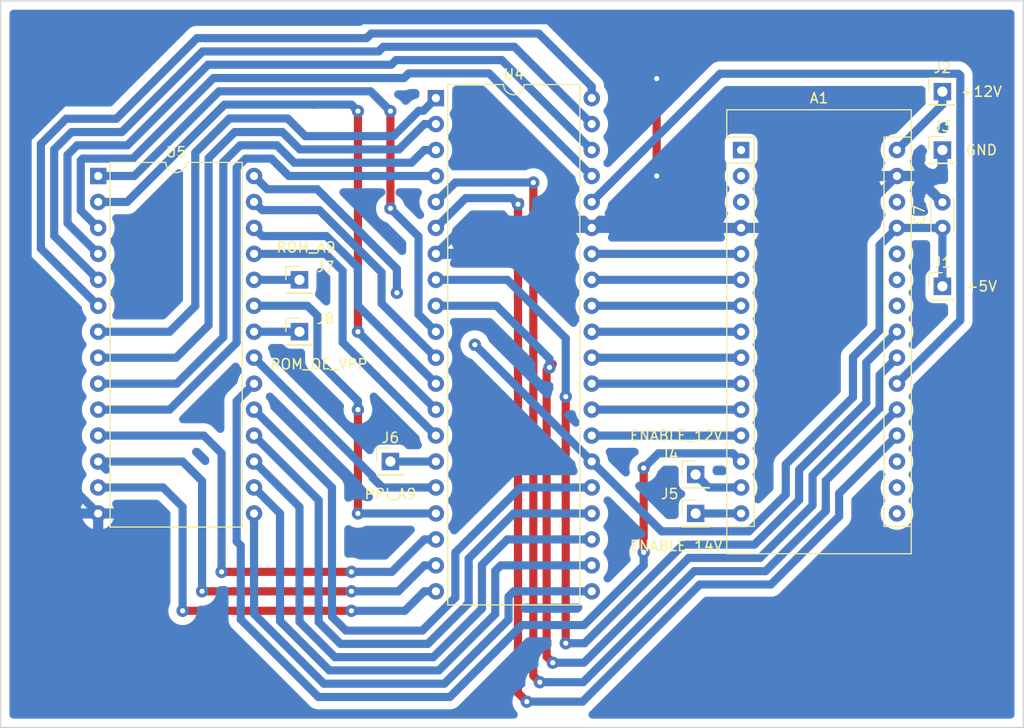
<source format=kicad_pcb>
(kicad_pcb (version 20171130) (host pcbnew "(5.1.4)-1")

  (general
    (thickness 1.6)
    (drawings 27)
    (tracks 383)
    (zones 0)
    (modules 12)
    (nets 56)
  )

  (page A4)
  (title_block
    (date "jeu. 02 avril 2015")
  )

  (layers
    (0 F.Cu jumper)
    (31 B.Cu mixed hide)
    (33 F.Adhes user hide)
    (35 F.Paste user hide)
    (37 F.SilkS user)
    (39 F.Mask user)
    (40 Dwgs.User user)
    (41 Cmts.User user hide)
    (42 Eco1.User user hide)
    (43 Eco2.User user hide)
    (44 Edge.Cuts user)
    (45 Margin user hide)
    (46 B.CrtYd user hide)
    (47 F.CrtYd user)
    (49 F.Fab user hide)
  )

  (setup
    (last_trace_width 0.8)
    (trace_clearance 0.5)
    (zone_clearance 0.8)
    (zone_45_only no)
    (trace_min 0.2)
    (via_size 1.2)
    (via_drill 0.5)
    (via_min_size 0.4)
    (via_min_drill 0.3)
    (user_via 1.2 0.7)
    (uvia_size 0.3)
    (uvia_drill 0.1)
    (uvias_allowed no)
    (uvia_min_size 0.2)
    (uvia_min_drill 0.1)
    (edge_width 0.1)
    (segment_width 0.15)
    (pcb_text_width 0.3)
    (pcb_text_size 1.5 1.5)
    (mod_edge_width 0.15)
    (mod_text_size 1 1)
    (mod_text_width 0.15)
    (pad_size 1.74 2.2)
    (pad_drill 1.2)
    (pad_to_mask_clearance 0)
    (aux_axis_origin 138.176 110.617)
    (visible_elements 7FFFFFFF)
    (pcbplotparams
      (layerselection 0x00030_80000001)
      (usegerberextensions false)
      (usegerberattributes false)
      (usegerberadvancedattributes false)
      (creategerberjobfile false)
      (excludeedgelayer true)
      (linewidth 0.100000)
      (plotframeref false)
      (viasonmask false)
      (mode 1)
      (useauxorigin false)
      (hpglpennumber 1)
      (hpglpenspeed 20)
      (hpglpendiameter 15.000000)
      (psnegative false)
      (psa4output false)
      (plotreference true)
      (plotvalue true)
      (plotinvisibletext false)
      (padsonsilk false)
      (subtractmaskfromsilk false)
      (outputformat 1)
      (mirror false)
      (drillshape 1)
      (scaleselection 1)
      (outputdirectory ""))
  )

  (net 0 "")
  (net 1 GND)
  (net 2 +5V)
  (net 3 "Net-(A1-Pad13)")
  (net 4 "Net-(A1-Pad28)")
  (net 5 /w7)
  (net 6 /w6)
  (net 7 "Net-(A1-Pad26)")
  (net 8 /w5)
  (net 9 "Net-(A1-Pad25)")
  (net 10 /w4)
  (net 11 "Net-(A1-Pad24)")
  (net 12 /w3)
  (net 13 /PPI_A1)
  (net 14 /w2)
  (net 15 /PPI_A0)
  (net 16 /w1)
  (net 17 /PPI_WRITE)
  (net 18 /w0)
  (net 19 /PPI_READ)
  (net 20 /PPI_SELECT)
  (net 21 "Net-(A1-Pad3)")
  (net 22 "Net-(A1-Pad18)")
  (net 23 "Net-(A1-Pad2)")
  (net 24 "Net-(A1-Pad17)")
  (net 25 "Net-(A1-Pad1)")
  (net 26 /addr4)
  (net 27 /data2)
  (net 28 /addr5)
  (net 29 /data1)
  (net 30 /addr6)
  (net 31 /data0)
  (net 32 /addr7)
  (net 33 /addr11)
  (net 34 /addr10)
  (net 35 /addr8)
  (net 36 /addr12)
  (net 37 /addr13)
  (net 38 /addr14)
  (net 39 /addr15)
  (net 40 /data7)
  (net 41 /data6)
  (net 42 /addr0)
  (net 43 /data5)
  (net 44 /addr1)
  (net 45 /data4)
  (net 46 /addr2)
  (net 47 /data3)
  (net 48 /addr3)
  (net 49 ENABLE_12V)
  (net 50 +12V)
  (net 51 ENABLE_14V)
  (net 52 "Net-(A1-Pad16)")
  (net 53 PPI_A9)
  (net 54 ROM_A9)
  (net 55 ROM_OE_VPP)

  (net_class Default "This is the default net class."
    (clearance 0.5)
    (trace_width 0.8)
    (via_dia 1.2)
    (via_drill 0.5)
    (uvia_dia 0.3)
    (uvia_drill 0.1)
    (add_net +12V)
    (add_net +5V)
    (add_net /PPI_A0)
    (add_net /PPI_A1)
    (add_net /PPI_READ)
    (add_net /PPI_SELECT)
    (add_net /PPI_WRITE)
    (add_net /addr0)
    (add_net /addr1)
    (add_net /addr10)
    (add_net /addr11)
    (add_net /addr12)
    (add_net /addr13)
    (add_net /addr14)
    (add_net /addr15)
    (add_net /addr2)
    (add_net /addr3)
    (add_net /addr4)
    (add_net /addr5)
    (add_net /addr6)
    (add_net /addr7)
    (add_net /addr8)
    (add_net /data0)
    (add_net /data1)
    (add_net /data2)
    (add_net /data3)
    (add_net /data4)
    (add_net /data5)
    (add_net /data6)
    (add_net /data7)
    (add_net /w0)
    (add_net /w1)
    (add_net /w2)
    (add_net /w3)
    (add_net /w4)
    (add_net /w5)
    (add_net /w6)
    (add_net /w7)
    (add_net ENABLE_12V)
    (add_net ENABLE_14V)
    (add_net GND)
    (add_net "Net-(A1-Pad1)")
    (add_net "Net-(A1-Pad13)")
    (add_net "Net-(A1-Pad16)")
    (add_net "Net-(A1-Pad17)")
    (add_net "Net-(A1-Pad18)")
    (add_net "Net-(A1-Pad2)")
    (add_net "Net-(A1-Pad24)")
    (add_net "Net-(A1-Pad25)")
    (add_net "Net-(A1-Pad26)")
    (add_net "Net-(A1-Pad28)")
    (add_net "Net-(A1-Pad3)")
    (add_net PPI_A9)
    (add_net ROM_A9)
    (add_net ROM_OE_VPP)
  )

  (net_class Power ""
    (clearance 0.8)
    (trace_width 0.8)
    (via_dia 1.2)
    (via_drill 0.5)
    (uvia_dia 0.3)
    (uvia_drill 0.1)
  )

  (module Module:Arduino_Nano (layer F.Cu) (tedit 58ACAF70) (tstamp 5E1884AD)
    (at 97.79 52.705)
    (descr "Arduino Nano, http://www.mouser.com/pdfdocs/Gravitech_Arduino_Nano3_0.pdf")
    (tags "Arduino Nano")
    (path /5D861A2B)
    (fp_text reference A1 (at 7.62 -5.08) (layer F.SilkS)
      (effects (font (size 1 1) (thickness 0.15)))
    )
    (fp_text value Arduino_Nano_v3.x (at 8.89 19.05 90) (layer F.Fab)
      (effects (font (size 1 1) (thickness 0.15)))
    )
    (fp_text user %R (at 6.35 19.05 90) (layer F.Fab)
      (effects (font (size 1 1) (thickness 0.15)))
    )
    (fp_line (start 1.27 1.27) (end 1.27 -1.27) (layer F.SilkS) (width 0.12))
    (fp_line (start 1.27 -1.27) (end -1.4 -1.27) (layer F.SilkS) (width 0.12))
    (fp_line (start -1.4 1.27) (end -1.4 39.5) (layer F.SilkS) (width 0.12))
    (fp_line (start -1.4 -3.94) (end -1.4 -1.27) (layer F.SilkS) (width 0.12))
    (fp_line (start 13.97 -1.27) (end 16.64 -1.27) (layer F.SilkS) (width 0.12))
    (fp_line (start 13.97 -1.27) (end 13.97 36.83) (layer F.SilkS) (width 0.12))
    (fp_line (start 13.97 36.83) (end 16.64 36.83) (layer F.SilkS) (width 0.12))
    (fp_line (start 1.27 1.27) (end -1.4 1.27) (layer F.SilkS) (width 0.12))
    (fp_line (start 1.27 1.27) (end 1.27 36.83) (layer F.SilkS) (width 0.12))
    (fp_line (start 1.27 36.83) (end -1.4 36.83) (layer F.SilkS) (width 0.12))
    (fp_line (start 3.81 31.75) (end 11.43 31.75) (layer F.Fab) (width 0.1))
    (fp_line (start 11.43 31.75) (end 11.43 41.91) (layer F.Fab) (width 0.1))
    (fp_line (start 11.43 41.91) (end 3.81 41.91) (layer F.Fab) (width 0.1))
    (fp_line (start 3.81 41.91) (end 3.81 31.75) (layer F.Fab) (width 0.1))
    (fp_line (start -1.4 39.5) (end 16.64 39.5) (layer F.SilkS) (width 0.12))
    (fp_line (start 16.64 39.5) (end 16.64 -3.94) (layer F.SilkS) (width 0.12))
    (fp_line (start 16.64 -3.94) (end -1.4 -3.94) (layer F.SilkS) (width 0.12))
    (fp_line (start 16.51 39.37) (end -1.27 39.37) (layer F.Fab) (width 0.1))
    (fp_line (start -1.27 39.37) (end -1.27 -2.54) (layer F.Fab) (width 0.1))
    (fp_line (start -1.27 -2.54) (end 0 -3.81) (layer F.Fab) (width 0.1))
    (fp_line (start 0 -3.81) (end 16.51 -3.81) (layer F.Fab) (width 0.1))
    (fp_line (start 16.51 -3.81) (end 16.51 39.37) (layer F.Fab) (width 0.1))
    (fp_line (start -1.53 -4.06) (end 16.75 -4.06) (layer F.CrtYd) (width 0.05))
    (fp_line (start -1.53 -4.06) (end -1.53 42.16) (layer F.CrtYd) (width 0.05))
    (fp_line (start 16.75 42.16) (end 16.75 -4.06) (layer F.CrtYd) (width 0.05))
    (fp_line (start 16.75 42.16) (end -1.53 42.16) (layer F.CrtYd) (width 0.05))
    (pad 1 thru_hole rect (at 0 0) (size 1.6 1.6) (drill 0.8) (layers *.Cu *.Mask)
      (net 25 "Net-(A1-Pad1)"))
    (pad 17 thru_hole oval (at 15.24 33.02) (size 1.6 1.6) (drill 0.8) (layers *.Cu *.Mask)
      (net 24 "Net-(A1-Pad17)"))
    (pad 2 thru_hole oval (at 0 2.54) (size 1.6 1.6) (drill 0.8) (layers *.Cu *.Mask)
      (net 23 "Net-(A1-Pad2)"))
    (pad 18 thru_hole oval (at 15.24 30.48) (size 1.6 1.6) (drill 0.8) (layers *.Cu *.Mask)
      (net 22 "Net-(A1-Pad18)"))
    (pad 3 thru_hole oval (at 0 5.08) (size 1.6 1.6) (drill 0.8) (layers *.Cu *.Mask)
      (net 21 "Net-(A1-Pad3)"))
    (pad 19 thru_hole oval (at 15.24 27.94) (size 1.6 1.6) (drill 0.8) (layers *.Cu *.Mask)
      (net 20 /PPI_SELECT))
    (pad 4 thru_hole oval (at 0 7.62) (size 1.6 1.6) (drill 0.8) (layers *.Cu *.Mask)
      (net 1 GND))
    (pad 20 thru_hole oval (at 15.24 25.4) (size 1.6 1.6) (drill 0.8) (layers *.Cu *.Mask)
      (net 19 /PPI_READ))
    (pad 5 thru_hole oval (at 0 10.16) (size 1.6 1.6) (drill 0.8) (layers *.Cu *.Mask)
      (net 18 /w0))
    (pad 21 thru_hole oval (at 15.24 22.86) (size 1.6 1.6) (drill 0.8) (layers *.Cu *.Mask)
      (net 17 /PPI_WRITE))
    (pad 6 thru_hole oval (at 0 12.7) (size 1.6 1.6) (drill 0.8) (layers *.Cu *.Mask)
      (net 16 /w1))
    (pad 22 thru_hole oval (at 15.24 20.32) (size 1.6 1.6) (drill 0.8) (layers *.Cu *.Mask)
      (net 15 /PPI_A0))
    (pad 7 thru_hole oval (at 0 15.24) (size 1.6 1.6) (drill 0.8) (layers *.Cu *.Mask)
      (net 14 /w2))
    (pad 23 thru_hole oval (at 15.24 17.78) (size 1.6 1.6) (drill 0.8) (layers *.Cu *.Mask)
      (net 13 /PPI_A1))
    (pad 8 thru_hole oval (at 0 17.78) (size 1.6 1.6) (drill 0.8) (layers *.Cu *.Mask)
      (net 12 /w3))
    (pad 24 thru_hole oval (at 15.24 15.24) (size 1.6 1.6) (drill 0.8) (layers *.Cu *.Mask)
      (net 11 "Net-(A1-Pad24)"))
    (pad 9 thru_hole oval (at 0 20.32) (size 1.6 1.6) (drill 0.8) (layers *.Cu *.Mask)
      (net 10 /w4))
    (pad 25 thru_hole oval (at 15.24 12.7) (size 1.6 1.6) (drill 0.8) (layers *.Cu *.Mask)
      (net 9 "Net-(A1-Pad25)"))
    (pad 10 thru_hole oval (at 0 22.86) (size 1.6 1.6) (drill 0.8) (layers *.Cu *.Mask)
      (net 8 /w5))
    (pad 26 thru_hole oval (at 15.24 10.16) (size 1.6 1.6) (drill 0.8) (layers *.Cu *.Mask)
      (net 7 "Net-(A1-Pad26)"))
    (pad 11 thru_hole oval (at 0 25.4) (size 1.6 1.6) (drill 0.8) (layers *.Cu *.Mask)
      (net 6 /w6))
    (pad 27 thru_hole oval (at 15.24 7.62) (size 1.6 1.6) (drill 0.8) (layers *.Cu *.Mask)
      (net 2 +5V))
    (pad 12 thru_hole oval (at 0 27.94) (size 1.6 1.6) (drill 0.8) (layers *.Cu *.Mask)
      (net 5 /w7))
    (pad 28 thru_hole oval (at 15.24 5.08) (size 1.6 1.6) (drill 0.8) (layers *.Cu *.Mask)
      (net 4 "Net-(A1-Pad28)"))
    (pad 13 thru_hole oval (at 0 30.48) (size 1.6 1.6) (drill 0.8) (layers *.Cu *.Mask)
      (net 3 "Net-(A1-Pad13)"))
    (pad 29 thru_hole oval (at 15.24 2.54) (size 1.6 1.6) (drill 0.8) (layers *.Cu *.Mask)
      (net 1 GND))
    (pad 14 thru_hole oval (at 0 33.02) (size 1.6 1.6) (drill 0.8) (layers *.Cu *.Mask)
      (net 49 ENABLE_12V))
    (pad 30 thru_hole oval (at 15.24 0) (size 1.6 1.6) (drill 0.8) (layers *.Cu *.Mask)
      (net 50 +12V))
    (pad 15 thru_hole oval (at 0 35.56) (size 1.6 1.6) (drill 0.8) (layers *.Cu *.Mask)
      (net 51 ENABLE_14V))
    (pad 16 thru_hole oval (at 15.24 35.56) (size 1.6 1.6) (drill 0.8) (layers *.Cu *.Mask)
      (net 52 "Net-(A1-Pad16)"))
    (model ${KISYS3DMOD}/Module.3dshapes/Arduino_Nano_WithMountingHoles.wrl
      (at (xyz 0 0 0))
      (scale (xyz 1 1 1))
      (rotate (xyz 0 0 0))
    )
  )

  (module Capacitor_THT:C_Disc_D3.0mm_W2.0mm_P2.50mm (layer F.Cu) (tedit 5AE50EF0) (tstamp 5E1884D7)
    (at 117.475 60.325 90)
    (descr "C, Disc series, Radial, pin pitch=2.50mm, , diameter*width=3*2mm^2, Capacitor")
    (tags "C Disc series Radial pin pitch 2.50mm  diameter 3mm width 2mm Capacitor")
    (path /5DB029FA)
    (fp_text reference C7 (at 1.25 -2.25 90) (layer F.SilkS)
      (effects (font (size 1 1) (thickness 0.15)))
    )
    (fp_text value 10n (at 1.25 2.25 90) (layer F.Fab)
      (effects (font (size 1 1) (thickness 0.15)))
    )
    (fp_text user %R (at 1.25 0 90) (layer F.Fab)
      (effects (font (size 0.6 0.6) (thickness 0.09)))
    )
    (fp_line (start 3.55 -1.25) (end -1.05 -1.25) (layer F.CrtYd) (width 0.05))
    (fp_line (start 3.55 1.25) (end 3.55 -1.25) (layer F.CrtYd) (width 0.05))
    (fp_line (start -1.05 1.25) (end 3.55 1.25) (layer F.CrtYd) (width 0.05))
    (fp_line (start -1.05 -1.25) (end -1.05 1.25) (layer F.CrtYd) (width 0.05))
    (fp_line (start 2.87 1.055) (end 2.87 1.12) (layer F.SilkS) (width 0.12))
    (fp_line (start 2.87 -1.12) (end 2.87 -1.055) (layer F.SilkS) (width 0.12))
    (fp_line (start -0.37 1.055) (end -0.37 1.12) (layer F.SilkS) (width 0.12))
    (fp_line (start -0.37 -1.12) (end -0.37 -1.055) (layer F.SilkS) (width 0.12))
    (fp_line (start -0.37 1.12) (end 2.87 1.12) (layer F.SilkS) (width 0.12))
    (fp_line (start -0.37 -1.12) (end 2.87 -1.12) (layer F.SilkS) (width 0.12))
    (fp_line (start 2.75 -1) (end -0.25 -1) (layer F.Fab) (width 0.1))
    (fp_line (start 2.75 1) (end 2.75 -1) (layer F.Fab) (width 0.1))
    (fp_line (start -0.25 1) (end 2.75 1) (layer F.Fab) (width 0.1))
    (fp_line (start -0.25 -1) (end -0.25 1) (layer F.Fab) (width 0.1))
    (pad 2 thru_hole circle (at 2.5 0 90) (size 1.6 1.6) (drill 0.8) (layers *.Cu *.Mask)
      (net 1 GND))
    (pad 1 thru_hole circle (at 0 0 90) (size 1.6 1.6) (drill 0.8) (layers *.Cu *.Mask)
      (net 2 +5V))
    (model ${KISYS3DMOD}/Capacitor_THT.3dshapes/C_Disc_D3.0mm_W2.0mm_P2.50mm.wrl
      (at (xyz 0 0 0))
      (scale (xyz 1 1 1))
      (rotate (xyz 0 0 0))
    )
  )

  (module Connector_PinHeader_2.54mm:PinHeader_1x01_P2.54mm_Vertical (layer F.Cu) (tedit 59FED5CC) (tstamp 5E1884EC)
    (at 117.475 66.04)
    (descr "Through hole straight pin header, 1x01, 2.54mm pitch, single row")
    (tags "Through hole pin header THT 1x01 2.54mm single row")
    (path /5E18E418)
    (fp_text reference J1 (at 0 -2.33) (layer F.SilkS)
      (effects (font (size 1 1) (thickness 0.15)))
    )
    (fp_text value Conn_01x01_Male (at 0 2.33) (layer F.Fab)
      (effects (font (size 1 1) (thickness 0.15)))
    )
    (fp_line (start -0.635 -1.27) (end 1.27 -1.27) (layer F.Fab) (width 0.1))
    (fp_line (start 1.27 -1.27) (end 1.27 1.27) (layer F.Fab) (width 0.1))
    (fp_line (start 1.27 1.27) (end -1.27 1.27) (layer F.Fab) (width 0.1))
    (fp_line (start -1.27 1.27) (end -1.27 -0.635) (layer F.Fab) (width 0.1))
    (fp_line (start -1.27 -0.635) (end -0.635 -1.27) (layer F.Fab) (width 0.1))
    (fp_line (start -1.33 1.33) (end 1.33 1.33) (layer F.SilkS) (width 0.12))
    (fp_line (start -1.33 1.27) (end -1.33 1.33) (layer F.SilkS) (width 0.12))
    (fp_line (start 1.33 1.27) (end 1.33 1.33) (layer F.SilkS) (width 0.12))
    (fp_line (start -1.33 1.27) (end 1.33 1.27) (layer F.SilkS) (width 0.12))
    (fp_line (start -1.33 0) (end -1.33 -1.33) (layer F.SilkS) (width 0.12))
    (fp_line (start -1.33 -1.33) (end 0 -1.33) (layer F.SilkS) (width 0.12))
    (fp_line (start -1.8 -1.8) (end -1.8 1.8) (layer F.CrtYd) (width 0.05))
    (fp_line (start -1.8 1.8) (end 1.8 1.8) (layer F.CrtYd) (width 0.05))
    (fp_line (start 1.8 1.8) (end 1.8 -1.8) (layer F.CrtYd) (width 0.05))
    (fp_line (start 1.8 -1.8) (end -1.8 -1.8) (layer F.CrtYd) (width 0.05))
    (fp_text user %R (at 0 0 90) (layer F.Fab)
      (effects (font (size 1 1) (thickness 0.15)))
    )
    (pad 1 thru_hole rect (at 0 0) (size 1.7 1.7) (drill 1) (layers *.Cu *.Mask)
      (net 2 +5V))
    (model ${KISYS3DMOD}/Connector_PinHeader_2.54mm.3dshapes/PinHeader_1x01_P2.54mm_Vertical.wrl
      (at (xyz 0 0 0))
      (scale (xyz 1 1 1))
      (rotate (xyz 0 0 0))
    )
  )

  (module Connector_PinHeader_2.54mm:PinHeader_1x01_P2.54mm_Vertical (layer F.Cu) (tedit 59FED5CC) (tstamp 5E188501)
    (at 117.475 46.99)
    (descr "Through hole straight pin header, 1x01, 2.54mm pitch, single row")
    (tags "Through hole pin header THT 1x01 2.54mm single row")
    (path /5E19D810)
    (fp_text reference J2 (at 0 -2.33) (layer F.SilkS)
      (effects (font (size 1 1) (thickness 0.15)))
    )
    (fp_text value Conn_01x01 (at 0 2.33) (layer F.Fab) hide
      (effects (font (size 1 1) (thickness 0.15)))
    )
    (fp_text user %R (at 0 0 90) (layer F.Fab)
      (effects (font (size 1 1) (thickness 0.15)))
    )
    (fp_line (start 1.8 -1.8) (end -1.8 -1.8) (layer F.CrtYd) (width 0.05))
    (fp_line (start 1.8 1.8) (end 1.8 -1.8) (layer F.CrtYd) (width 0.05))
    (fp_line (start -1.8 1.8) (end 1.8 1.8) (layer F.CrtYd) (width 0.05))
    (fp_line (start -1.8 -1.8) (end -1.8 1.8) (layer F.CrtYd) (width 0.05))
    (fp_line (start -1.33 -1.33) (end 0 -1.33) (layer F.SilkS) (width 0.12))
    (fp_line (start -1.33 0) (end -1.33 -1.33) (layer F.SilkS) (width 0.12))
    (fp_line (start -1.33 1.27) (end 1.33 1.27) (layer F.SilkS) (width 0.12))
    (fp_line (start 1.33 1.27) (end 1.33 1.33) (layer F.SilkS) (width 0.12))
    (fp_line (start -1.33 1.27) (end -1.33 1.33) (layer F.SilkS) (width 0.12))
    (fp_line (start -1.33 1.33) (end 1.33 1.33) (layer F.SilkS) (width 0.12))
    (fp_line (start -1.27 -0.635) (end -0.635 -1.27) (layer F.Fab) (width 0.1))
    (fp_line (start -1.27 1.27) (end -1.27 -0.635) (layer F.Fab) (width 0.1))
    (fp_line (start 1.27 1.27) (end -1.27 1.27) (layer F.Fab) (width 0.1))
    (fp_line (start 1.27 -1.27) (end 1.27 1.27) (layer F.Fab) (width 0.1))
    (fp_line (start -0.635 -1.27) (end 1.27 -1.27) (layer F.Fab) (width 0.1))
    (pad 1 thru_hole rect (at 0 0) (size 1.7 1.7) (drill 1) (layers *.Cu *.Mask)
      (net 50 +12V))
    (model ${KISYS3DMOD}/Connector_PinHeader_2.54mm.3dshapes/PinHeader_1x01_P2.54mm_Vertical.wrl
      (at (xyz 0 0 0))
      (scale (xyz 1 1 1))
      (rotate (xyz 0 0 0))
    )
  )

  (module Connector_PinHeader_2.54mm:PinHeader_1x01_P2.54mm_Vertical (layer F.Cu) (tedit 59FED5CC) (tstamp 5E188516)
    (at 117.475 52.705)
    (descr "Through hole straight pin header, 1x01, 2.54mm pitch, single row")
    (tags "Through hole pin header THT 1x01 2.54mm single row")
    (path /5E1A2546)
    (fp_text reference J3 (at 0 -2.33) (layer F.SilkS)
      (effects (font (size 1 1) (thickness 0.15)))
    )
    (fp_text value Conn_01x01_Male (at 0 2.33) (layer F.Fab)
      (effects (font (size 1 1) (thickness 0.15)))
    )
    (fp_line (start -0.635 -1.27) (end 1.27 -1.27) (layer F.Fab) (width 0.1))
    (fp_line (start 1.27 -1.27) (end 1.27 1.27) (layer F.Fab) (width 0.1))
    (fp_line (start 1.27 1.27) (end -1.27 1.27) (layer F.Fab) (width 0.1))
    (fp_line (start -1.27 1.27) (end -1.27 -0.635) (layer F.Fab) (width 0.1))
    (fp_line (start -1.27 -0.635) (end -0.635 -1.27) (layer F.Fab) (width 0.1))
    (fp_line (start -1.33 1.33) (end 1.33 1.33) (layer F.SilkS) (width 0.12))
    (fp_line (start -1.33 1.27) (end -1.33 1.33) (layer F.SilkS) (width 0.12))
    (fp_line (start 1.33 1.27) (end 1.33 1.33) (layer F.SilkS) (width 0.12))
    (fp_line (start -1.33 1.27) (end 1.33 1.27) (layer F.SilkS) (width 0.12))
    (fp_line (start -1.33 0) (end -1.33 -1.33) (layer F.SilkS) (width 0.12))
    (fp_line (start -1.33 -1.33) (end 0 -1.33) (layer F.SilkS) (width 0.12))
    (fp_line (start -1.8 -1.8) (end -1.8 1.8) (layer F.CrtYd) (width 0.05))
    (fp_line (start -1.8 1.8) (end 1.8 1.8) (layer F.CrtYd) (width 0.05))
    (fp_line (start 1.8 1.8) (end 1.8 -1.8) (layer F.CrtYd) (width 0.05))
    (fp_line (start 1.8 -1.8) (end -1.8 -1.8) (layer F.CrtYd) (width 0.05))
    (fp_text user %R (at 0 0 90) (layer F.Fab)
      (effects (font (size 1 1) (thickness 0.15)))
    )
    (pad 1 thru_hole rect (at 0 0) (size 1.7 1.7) (drill 1) (layers *.Cu *.Mask)
      (net 1 GND))
    (model ${KISYS3DMOD}/Connector_PinHeader_2.54mm.3dshapes/PinHeader_1x01_P2.54mm_Vertical.wrl
      (at (xyz 0 0 0))
      (scale (xyz 1 1 1))
      (rotate (xyz 0 0 0))
    )
  )

  (module Connector_PinHeader_2.54mm:PinHeader_1x01_P2.54mm_Vertical (layer F.Cu) (tedit 59FED5CC) (tstamp 5E18852B)
    (at 93.345 84.455)
    (descr "Through hole straight pin header, 1x01, 2.54mm pitch, single row")
    (tags "Through hole pin header THT 1x01 2.54mm single row")
    (path /5E1A716B)
    (fp_text reference J4 (at -2.54 -1.905) (layer F.SilkS)
      (effects (font (size 1 1) (thickness 0.15)))
    )
    (fp_text value Conn_01x01_Male (at 0 2.33) (layer F.Fab)
      (effects (font (size 1 1) (thickness 0.15)))
    )
    (fp_text user %R (at 0 0 90) (layer F.Fab)
      (effects (font (size 1 1) (thickness 0.15)))
    )
    (fp_line (start 1.8 -1.8) (end -1.8 -1.8) (layer F.CrtYd) (width 0.05))
    (fp_line (start 1.8 1.8) (end 1.8 -1.8) (layer F.CrtYd) (width 0.05))
    (fp_line (start -1.8 1.8) (end 1.8 1.8) (layer F.CrtYd) (width 0.05))
    (fp_line (start -1.8 -1.8) (end -1.8 1.8) (layer F.CrtYd) (width 0.05))
    (fp_line (start -1.33 -1.33) (end 0 -1.33) (layer F.SilkS) (width 0.12))
    (fp_line (start -1.33 0) (end -1.33 -1.33) (layer F.SilkS) (width 0.12))
    (fp_line (start -1.33 1.27) (end 1.33 1.27) (layer F.SilkS) (width 0.12))
    (fp_line (start 1.33 1.27) (end 1.33 1.33) (layer F.SilkS) (width 0.12))
    (fp_line (start -1.33 1.27) (end -1.33 1.33) (layer F.SilkS) (width 0.12))
    (fp_line (start -1.33 1.33) (end 1.33 1.33) (layer F.SilkS) (width 0.12))
    (fp_line (start -1.27 -0.635) (end -0.635 -1.27) (layer F.Fab) (width 0.1))
    (fp_line (start -1.27 1.27) (end -1.27 -0.635) (layer F.Fab) (width 0.1))
    (fp_line (start 1.27 1.27) (end -1.27 1.27) (layer F.Fab) (width 0.1))
    (fp_line (start 1.27 -1.27) (end 1.27 1.27) (layer F.Fab) (width 0.1))
    (fp_line (start -0.635 -1.27) (end 1.27 -1.27) (layer F.Fab) (width 0.1))
    (pad 1 thru_hole rect (at 0 0) (size 1.7 1.7) (drill 1) (layers *.Cu *.Mask)
      (net 49 ENABLE_12V))
    (model ${KISYS3DMOD}/Connector_PinHeader_2.54mm.3dshapes/PinHeader_1x01_P2.54mm_Vertical.wrl
      (at (xyz 0 0 0))
      (scale (xyz 1 1 1))
      (rotate (xyz 0 0 0))
    )
  )

  (module Connector_PinHeader_2.54mm:PinHeader_1x01_P2.54mm_Vertical (layer F.Cu) (tedit 59FED5CC) (tstamp 5E188540)
    (at 93.345 88.265)
    (descr "Through hole straight pin header, 1x01, 2.54mm pitch, single row")
    (tags "Through hole pin header THT 1x01 2.54mm single row")
    (path /5E1ABD6C)
    (fp_text reference J5 (at -2.54 -1.905) (layer F.SilkS)
      (effects (font (size 1 1) (thickness 0.15)))
    )
    (fp_text value Conn_01x01_Male (at 0 2.33) (layer F.Fab)
      (effects (font (size 1 1) (thickness 0.15)))
    )
    (fp_line (start -0.635 -1.27) (end 1.27 -1.27) (layer F.Fab) (width 0.1))
    (fp_line (start 1.27 -1.27) (end 1.27 1.27) (layer F.Fab) (width 0.1))
    (fp_line (start 1.27 1.27) (end -1.27 1.27) (layer F.Fab) (width 0.1))
    (fp_line (start -1.27 1.27) (end -1.27 -0.635) (layer F.Fab) (width 0.1))
    (fp_line (start -1.27 -0.635) (end -0.635 -1.27) (layer F.Fab) (width 0.1))
    (fp_line (start -1.33 1.33) (end 1.33 1.33) (layer F.SilkS) (width 0.12))
    (fp_line (start -1.33 1.27) (end -1.33 1.33) (layer F.SilkS) (width 0.12))
    (fp_line (start 1.33 1.27) (end 1.33 1.33) (layer F.SilkS) (width 0.12))
    (fp_line (start -1.33 1.27) (end 1.33 1.27) (layer F.SilkS) (width 0.12))
    (fp_line (start -1.33 0) (end -1.33 -1.33) (layer F.SilkS) (width 0.12))
    (fp_line (start -1.33 -1.33) (end 0 -1.33) (layer F.SilkS) (width 0.12))
    (fp_line (start -1.8 -1.8) (end -1.8 1.8) (layer F.CrtYd) (width 0.05))
    (fp_line (start -1.8 1.8) (end 1.8 1.8) (layer F.CrtYd) (width 0.05))
    (fp_line (start 1.8 1.8) (end 1.8 -1.8) (layer F.CrtYd) (width 0.05))
    (fp_line (start 1.8 -1.8) (end -1.8 -1.8) (layer F.CrtYd) (width 0.05))
    (fp_text user %R (at 0 0 90) (layer F.Fab)
      (effects (font (size 1 1) (thickness 0.15)))
    )
    (pad 1 thru_hole rect (at 0 0) (size 1.7 1.7) (drill 1) (layers *.Cu *.Mask)
      (net 51 ENABLE_14V))
    (model ${KISYS3DMOD}/Connector_PinHeader_2.54mm.3dshapes/PinHeader_1x01_P2.54mm_Vertical.wrl
      (at (xyz 0 0 0))
      (scale (xyz 1 1 1))
      (rotate (xyz 0 0 0))
    )
  )

  (module Connector_PinHeader_2.54mm:PinHeader_1x01_P2.54mm_Vertical (layer F.Cu) (tedit 59FED5CC) (tstamp 5E188555)
    (at 63.5 83.185)
    (descr "Through hole straight pin header, 1x01, 2.54mm pitch, single row")
    (tags "Through hole pin header THT 1x01 2.54mm single row")
    (path /5E1B098C)
    (fp_text reference J6 (at 0 -2.33) (layer F.SilkS)
      (effects (font (size 1 1) (thickness 0.15)))
    )
    (fp_text value Conn_01x01_Male (at 0 2.33) (layer F.Fab)
      (effects (font (size 1 1) (thickness 0.15)))
    )
    (fp_text user %R (at 0 0 90) (layer F.Fab)
      (effects (font (size 1 1) (thickness 0.15)))
    )
    (fp_line (start 1.8 -1.8) (end -1.8 -1.8) (layer F.CrtYd) (width 0.05))
    (fp_line (start 1.8 1.8) (end 1.8 -1.8) (layer F.CrtYd) (width 0.05))
    (fp_line (start -1.8 1.8) (end 1.8 1.8) (layer F.CrtYd) (width 0.05))
    (fp_line (start -1.8 -1.8) (end -1.8 1.8) (layer F.CrtYd) (width 0.05))
    (fp_line (start -1.33 -1.33) (end 0 -1.33) (layer F.SilkS) (width 0.12))
    (fp_line (start -1.33 0) (end -1.33 -1.33) (layer F.SilkS) (width 0.12))
    (fp_line (start -1.33 1.27) (end 1.33 1.27) (layer F.SilkS) (width 0.12))
    (fp_line (start 1.33 1.27) (end 1.33 1.33) (layer F.SilkS) (width 0.12))
    (fp_line (start -1.33 1.27) (end -1.33 1.33) (layer F.SilkS) (width 0.12))
    (fp_line (start -1.33 1.33) (end 1.33 1.33) (layer F.SilkS) (width 0.12))
    (fp_line (start -1.27 -0.635) (end -0.635 -1.27) (layer F.Fab) (width 0.1))
    (fp_line (start -1.27 1.27) (end -1.27 -0.635) (layer F.Fab) (width 0.1))
    (fp_line (start 1.27 1.27) (end -1.27 1.27) (layer F.Fab) (width 0.1))
    (fp_line (start 1.27 -1.27) (end 1.27 1.27) (layer F.Fab) (width 0.1))
    (fp_line (start -0.635 -1.27) (end 1.27 -1.27) (layer F.Fab) (width 0.1))
    (pad 1 thru_hole rect (at 0 0) (size 1.7 1.7) (drill 1) (layers *.Cu *.Mask)
      (net 53 PPI_A9))
    (model ${KISYS3DMOD}/Connector_PinHeader_2.54mm.3dshapes/PinHeader_1x01_P2.54mm_Vertical.wrl
      (at (xyz 0 0 0))
      (scale (xyz 1 1 1))
      (rotate (xyz 0 0 0))
    )
  )

  (module Package_DIP:DIP-40_W15.24mm (layer F.Cu) (tedit 5A02E8C5) (tstamp 5E1885BB)
    (at 67.945 47.625)
    (descr "40-lead though-hole mounted DIP package, row spacing 15.24 mm (600 mils)")
    (tags "THT DIP DIL PDIP 2.54mm 15.24mm 600mil")
    (path /5D85E9D2)
    (fp_text reference U4 (at 7.62 -2.33) (layer F.SilkS)
      (effects (font (size 1 1) (thickness 0.15)))
    )
    (fp_text value 8255A (at 7.62 50.59) (layer F.Fab)
      (effects (font (size 1 1) (thickness 0.15)))
    )
    (fp_arc (start 7.62 -1.33) (end 6.62 -1.33) (angle -180) (layer F.SilkS) (width 0.12))
    (fp_line (start 1.255 -1.27) (end 14.985 -1.27) (layer F.Fab) (width 0.1))
    (fp_line (start 14.985 -1.27) (end 14.985 49.53) (layer F.Fab) (width 0.1))
    (fp_line (start 14.985 49.53) (end 0.255 49.53) (layer F.Fab) (width 0.1))
    (fp_line (start 0.255 49.53) (end 0.255 -0.27) (layer F.Fab) (width 0.1))
    (fp_line (start 0.255 -0.27) (end 1.255 -1.27) (layer F.Fab) (width 0.1))
    (fp_line (start 6.62 -1.33) (end 1.16 -1.33) (layer F.SilkS) (width 0.12))
    (fp_line (start 1.16 -1.33) (end 1.16 49.59) (layer F.SilkS) (width 0.12))
    (fp_line (start 1.16 49.59) (end 14.08 49.59) (layer F.SilkS) (width 0.12))
    (fp_line (start 14.08 49.59) (end 14.08 -1.33) (layer F.SilkS) (width 0.12))
    (fp_line (start 14.08 -1.33) (end 8.62 -1.33) (layer F.SilkS) (width 0.12))
    (fp_line (start -1.05 -1.55) (end -1.05 49.8) (layer F.CrtYd) (width 0.05))
    (fp_line (start -1.05 49.8) (end 16.3 49.8) (layer F.CrtYd) (width 0.05))
    (fp_line (start 16.3 49.8) (end 16.3 -1.55) (layer F.CrtYd) (width 0.05))
    (fp_line (start 16.3 -1.55) (end -1.05 -1.55) (layer F.CrtYd) (width 0.05))
    (fp_text user %R (at 7.62 24.13) (layer F.Fab)
      (effects (font (size 1 1) (thickness 0.15)))
    )
    (pad 1 thru_hole rect (at 0 0) (size 1.6 1.6) (drill 0.8) (layers *.Cu *.Mask)
      (net 48 /addr3))
    (pad 21 thru_hole oval (at 15.24 48.26) (size 1.6 1.6) (drill 0.8) (layers *.Cu *.Mask)
      (net 47 /data3))
    (pad 2 thru_hole oval (at 0 2.54) (size 1.6 1.6) (drill 0.8) (layers *.Cu *.Mask)
      (net 46 /addr2))
    (pad 22 thru_hole oval (at 15.24 45.72) (size 1.6 1.6) (drill 0.8) (layers *.Cu *.Mask)
      (net 45 /data4))
    (pad 3 thru_hole oval (at 0 5.08) (size 1.6 1.6) (drill 0.8) (layers *.Cu *.Mask)
      (net 44 /addr1))
    (pad 23 thru_hole oval (at 15.24 43.18) (size 1.6 1.6) (drill 0.8) (layers *.Cu *.Mask)
      (net 43 /data5))
    (pad 4 thru_hole oval (at 0 7.62) (size 1.6 1.6) (drill 0.8) (layers *.Cu *.Mask)
      (net 42 /addr0))
    (pad 24 thru_hole oval (at 15.24 40.64) (size 1.6 1.6) (drill 0.8) (layers *.Cu *.Mask)
      (net 41 /data6))
    (pad 5 thru_hole oval (at 0 10.16) (size 1.6 1.6) (drill 0.8) (layers *.Cu *.Mask)
      (net 19 /PPI_READ))
    (pad 25 thru_hole oval (at 15.24 38.1) (size 1.6 1.6) (drill 0.8) (layers *.Cu *.Mask)
      (net 40 /data7))
    (pad 6 thru_hole oval (at 0 12.7) (size 1.6 1.6) (drill 0.8) (layers *.Cu *.Mask)
      (net 20 /PPI_SELECT))
    (pad 26 thru_hole oval (at 15.24 35.56) (size 1.6 1.6) (drill 0.8) (layers *.Cu *.Mask)
      (net 2 +5V))
    (pad 7 thru_hole oval (at 0 15.24) (size 1.6 1.6) (drill 0.8) (layers *.Cu *.Mask)
      (net 1 GND))
    (pad 27 thru_hole oval (at 15.24 33.02) (size 1.6 1.6) (drill 0.8) (layers *.Cu *.Mask)
      (net 5 /w7))
    (pad 8 thru_hole oval (at 0 17.78) (size 1.6 1.6) (drill 0.8) (layers *.Cu *.Mask)
      (net 13 /PPI_A1))
    (pad 28 thru_hole oval (at 15.24 30.48) (size 1.6 1.6) (drill 0.8) (layers *.Cu *.Mask)
      (net 6 /w6))
    (pad 9 thru_hole oval (at 0 20.32) (size 1.6 1.6) (drill 0.8) (layers *.Cu *.Mask)
      (net 15 /PPI_A0))
    (pad 29 thru_hole oval (at 15.24 27.94) (size 1.6 1.6) (drill 0.8) (layers *.Cu *.Mask)
      (net 8 /w5))
    (pad 10 thru_hole oval (at 0 22.86) (size 1.6 1.6) (drill 0.8) (layers *.Cu *.Mask)
      (net 39 /addr15))
    (pad 30 thru_hole oval (at 15.24 25.4) (size 1.6 1.6) (drill 0.8) (layers *.Cu *.Mask)
      (net 10 /w4))
    (pad 11 thru_hole oval (at 0 25.4) (size 1.6 1.6) (drill 0.8) (layers *.Cu *.Mask)
      (net 38 /addr14))
    (pad 31 thru_hole oval (at 15.24 22.86) (size 1.6 1.6) (drill 0.8) (layers *.Cu *.Mask)
      (net 12 /w3))
    (pad 12 thru_hole oval (at 0 27.94) (size 1.6 1.6) (drill 0.8) (layers *.Cu *.Mask)
      (net 37 /addr13))
    (pad 32 thru_hole oval (at 15.24 20.32) (size 1.6 1.6) (drill 0.8) (layers *.Cu *.Mask)
      (net 14 /w2))
    (pad 13 thru_hole oval (at 0 30.48) (size 1.6 1.6) (drill 0.8) (layers *.Cu *.Mask)
      (net 36 /addr12))
    (pad 33 thru_hole oval (at 15.24 17.78) (size 1.6 1.6) (drill 0.8) (layers *.Cu *.Mask)
      (net 16 /w1))
    (pad 14 thru_hole oval (at 0 33.02) (size 1.6 1.6) (drill 0.8) (layers *.Cu *.Mask)
      (net 35 /addr8))
    (pad 34 thru_hole oval (at 15.24 15.24) (size 1.6 1.6) (drill 0.8) (layers *.Cu *.Mask)
      (net 18 /w0))
    (pad 15 thru_hole oval (at 0 35.56) (size 1.6 1.6) (drill 0.8) (layers *.Cu *.Mask)
      (net 53 PPI_A9))
    (pad 35 thru_hole oval (at 15.24 12.7) (size 1.6 1.6) (drill 0.8) (layers *.Cu *.Mask)
      (net 1 GND))
    (pad 16 thru_hole oval (at 0 38.1) (size 1.6 1.6) (drill 0.8) (layers *.Cu *.Mask)
      (net 34 /addr10))
    (pad 36 thru_hole oval (at 15.24 10.16) (size 1.6 1.6) (drill 0.8) (layers *.Cu *.Mask)
      (net 17 /PPI_WRITE))
    (pad 17 thru_hole oval (at 0 40.64) (size 1.6 1.6) (drill 0.8) (layers *.Cu *.Mask)
      (net 33 /addr11))
    (pad 37 thru_hole oval (at 15.24 7.62) (size 1.6 1.6) (drill 0.8) (layers *.Cu *.Mask)
      (net 32 /addr7))
    (pad 18 thru_hole oval (at 0 43.18) (size 1.6 1.6) (drill 0.8) (layers *.Cu *.Mask)
      (net 31 /data0))
    (pad 38 thru_hole oval (at 15.24 5.08) (size 1.6 1.6) (drill 0.8) (layers *.Cu *.Mask)
      (net 30 /addr6))
    (pad 19 thru_hole oval (at 0 45.72) (size 1.6 1.6) (drill 0.8) (layers *.Cu *.Mask)
      (net 29 /data1))
    (pad 39 thru_hole oval (at 15.24 2.54) (size 1.6 1.6) (drill 0.8) (layers *.Cu *.Mask)
      (net 28 /addr5))
    (pad 20 thru_hole oval (at 0 48.26) (size 1.6 1.6) (drill 0.8) (layers *.Cu *.Mask)
      (net 27 /data2))
    (pad 40 thru_hole oval (at 15.24 0) (size 1.6 1.6) (drill 0.8) (layers *.Cu *.Mask)
      (net 26 /addr4))
    (model ${KISYS3DMOD}/Package_DIP.3dshapes/DIP-40_W15.24mm.wrl
      (at (xyz 0 0 0))
      (scale (xyz 1 1 1))
      (rotate (xyz 0 0 0))
    )
  )

  (module Package_DIP:DIP-28_W15.24mm (layer F.Cu) (tedit 5A02E8C5) (tstamp 5E1885EB)
    (at 34.925 55.245)
    (descr "28-lead though-hole mounted DIP package, row spacing 15.24 mm (600 mils)")
    (tags "THT DIP DIL PDIP 2.54mm 15.24mm 600mil")
    (path /5D8649C1)
    (fp_text reference U5 (at 7.62 -2.33) (layer F.SilkS)
      (effects (font (size 1 1) (thickness 0.15)))
    )
    (fp_text value 27C512 (at 7.62 35.35) (layer F.Fab)
      (effects (font (size 1 1) (thickness 0.15)))
    )
    (fp_arc (start 7.62 -1.33) (end 6.62 -1.33) (angle -180) (layer F.SilkS) (width 0.12))
    (fp_line (start 1.255 -1.27) (end 14.985 -1.27) (layer F.Fab) (width 0.1))
    (fp_line (start 14.985 -1.27) (end 14.985 34.29) (layer F.Fab) (width 0.1))
    (fp_line (start 14.985 34.29) (end 0.255 34.29) (layer F.Fab) (width 0.1))
    (fp_line (start 0.255 34.29) (end 0.255 -0.27) (layer F.Fab) (width 0.1))
    (fp_line (start 0.255 -0.27) (end 1.255 -1.27) (layer F.Fab) (width 0.1))
    (fp_line (start 6.62 -1.33) (end 1.16 -1.33) (layer F.SilkS) (width 0.12))
    (fp_line (start 1.16 -1.33) (end 1.16 34.35) (layer F.SilkS) (width 0.12))
    (fp_line (start 1.16 34.35) (end 14.08 34.35) (layer F.SilkS) (width 0.12))
    (fp_line (start 14.08 34.35) (end 14.08 -1.33) (layer F.SilkS) (width 0.12))
    (fp_line (start 14.08 -1.33) (end 8.62 -1.33) (layer F.SilkS) (width 0.12))
    (fp_line (start -1.05 -1.55) (end -1.05 34.55) (layer F.CrtYd) (width 0.05))
    (fp_line (start -1.05 34.55) (end 16.3 34.55) (layer F.CrtYd) (width 0.05))
    (fp_line (start 16.3 34.55) (end 16.3 -1.55) (layer F.CrtYd) (width 0.05))
    (fp_line (start 16.3 -1.55) (end -1.05 -1.55) (layer F.CrtYd) (width 0.05))
    (fp_text user %R (at 7.62 16.51) (layer F.Fab)
      (effects (font (size 1 1) (thickness 0.15)))
    )
    (pad 1 thru_hole rect (at 0 0) (size 1.6 1.6) (drill 0.8) (layers *.Cu *.Mask)
      (net 39 /addr15))
    (pad 15 thru_hole oval (at 15.24 33.02) (size 1.6 1.6) (drill 0.8) (layers *.Cu *.Mask)
      (net 47 /data3))
    (pad 2 thru_hole oval (at 0 2.54) (size 1.6 1.6) (drill 0.8) (layers *.Cu *.Mask)
      (net 36 /addr12))
    (pad 16 thru_hole oval (at 15.24 30.48) (size 1.6 1.6) (drill 0.8) (layers *.Cu *.Mask)
      (net 45 /data4))
    (pad 3 thru_hole oval (at 0 5.08) (size 1.6 1.6) (drill 0.8) (layers *.Cu *.Mask)
      (net 32 /addr7))
    (pad 17 thru_hole oval (at 15.24 27.94) (size 1.6 1.6) (drill 0.8) (layers *.Cu *.Mask)
      (net 43 /data5))
    (pad 4 thru_hole oval (at 0 7.62) (size 1.6 1.6) (drill 0.8) (layers *.Cu *.Mask)
      (net 30 /addr6))
    (pad 18 thru_hole oval (at 15.24 25.4) (size 1.6 1.6) (drill 0.8) (layers *.Cu *.Mask)
      (net 41 /data6))
    (pad 5 thru_hole oval (at 0 10.16) (size 1.6 1.6) (drill 0.8) (layers *.Cu *.Mask)
      (net 28 /addr5))
    (pad 19 thru_hole oval (at 15.24 22.86) (size 1.6 1.6) (drill 0.8) (layers *.Cu *.Mask)
      (net 40 /data7))
    (pad 6 thru_hole oval (at 0 12.7) (size 1.6 1.6) (drill 0.8) (layers *.Cu *.Mask)
      (net 26 /addr4))
    (pad 20 thru_hole oval (at 15.24 20.32) (size 1.6 1.6) (drill 0.8) (layers *.Cu *.Mask)
      (net 3 "Net-(A1-Pad13)"))
    (pad 7 thru_hole oval (at 0 15.24) (size 1.6 1.6) (drill 0.8) (layers *.Cu *.Mask)
      (net 48 /addr3))
    (pad 21 thru_hole oval (at 15.24 17.78) (size 1.6 1.6) (drill 0.8) (layers *.Cu *.Mask)
      (net 34 /addr10))
    (pad 8 thru_hole oval (at 0 17.78) (size 1.6 1.6) (drill 0.8) (layers *.Cu *.Mask)
      (net 46 /addr2))
    (pad 22 thru_hole oval (at 15.24 15.24) (size 1.6 1.6) (drill 0.8) (layers *.Cu *.Mask)
      (net 55 ROM_OE_VPP))
    (pad 9 thru_hole oval (at 0 20.32) (size 1.6 1.6) (drill 0.8) (layers *.Cu *.Mask)
      (net 44 /addr1))
    (pad 23 thru_hole oval (at 15.24 12.7) (size 1.6 1.6) (drill 0.8) (layers *.Cu *.Mask)
      (net 33 /addr11))
    (pad 10 thru_hole oval (at 0 22.86) (size 1.6 1.6) (drill 0.8) (layers *.Cu *.Mask)
      (net 42 /addr0))
    (pad 24 thru_hole oval (at 15.24 10.16) (size 1.6 1.6) (drill 0.8) (layers *.Cu *.Mask)
      (net 54 ROM_A9))
    (pad 11 thru_hole oval (at 0 25.4) (size 1.6 1.6) (drill 0.8) (layers *.Cu *.Mask)
      (net 31 /data0))
    (pad 25 thru_hole oval (at 15.24 7.62) (size 1.6 1.6) (drill 0.8) (layers *.Cu *.Mask)
      (net 35 /addr8))
    (pad 12 thru_hole oval (at 0 27.94) (size 1.6 1.6) (drill 0.8) (layers *.Cu *.Mask)
      (net 29 /data1))
    (pad 26 thru_hole oval (at 15.24 5.08) (size 1.6 1.6) (drill 0.8) (layers *.Cu *.Mask)
      (net 37 /addr13))
    (pad 13 thru_hole oval (at 0 30.48) (size 1.6 1.6) (drill 0.8) (layers *.Cu *.Mask)
      (net 27 /data2))
    (pad 27 thru_hole oval (at 15.24 2.54) (size 1.6 1.6) (drill 0.8) (layers *.Cu *.Mask)
      (net 38 /addr14))
    (pad 14 thru_hole oval (at 0 33.02) (size 1.6 1.6) (drill 0.8) (layers *.Cu *.Mask)
      (net 1 GND))
    (pad 28 thru_hole oval (at 15.24 0) (size 1.6 1.6) (drill 0.8) (layers *.Cu *.Mask)
      (net 2 +5V))
    (model ${KISYS3DMOD}/Package_DIP.3dshapes/DIP-28_W15.24mm.wrl
      (at (xyz 0 0 0))
      (scale (xyz 1 1 1))
      (rotate (xyz 0 0 0))
    )
  )

  (module Connector_PinHeader_2.54mm:PinHeader_1x01_P2.54mm_Vertical (layer F.Cu) (tedit 59FED5CC) (tstamp 5E18C0C0)
    (at 54.61 65.405)
    (descr "Through hole straight pin header, 1x01, 2.54mm pitch, single row")
    (tags "Through hole pin header THT 1x01 2.54mm single row")
    (path /5E1B5583)
    (fp_text reference J7 (at 2.54 -1.27) (layer F.SilkS)
      (effects (font (size 1 1) (thickness 0.15)))
    )
    (fp_text value Conn_01x01_Male (at 0 2.33) (layer F.Fab)
      (effects (font (size 1 1) (thickness 0.15)))
    )
    (fp_line (start -0.635 -1.27) (end 1.27 -1.27) (layer F.Fab) (width 0.1))
    (fp_line (start 1.27 -1.27) (end 1.27 1.27) (layer F.Fab) (width 0.1))
    (fp_line (start 1.27 1.27) (end -1.27 1.27) (layer F.Fab) (width 0.1))
    (fp_line (start -1.27 1.27) (end -1.27 -0.635) (layer F.Fab) (width 0.1))
    (fp_line (start -1.27 -0.635) (end -0.635 -1.27) (layer F.Fab) (width 0.1))
    (fp_line (start -1.33 1.33) (end 1.33 1.33) (layer F.SilkS) (width 0.12))
    (fp_line (start -1.33 1.27) (end -1.33 1.33) (layer F.SilkS) (width 0.12))
    (fp_line (start 1.33 1.27) (end 1.33 1.33) (layer F.SilkS) (width 0.12))
    (fp_line (start -1.33 1.27) (end 1.33 1.27) (layer F.SilkS) (width 0.12))
    (fp_line (start -1.33 0) (end -1.33 -1.33) (layer F.SilkS) (width 0.12))
    (fp_line (start -1.33 -1.33) (end 0 -1.33) (layer F.SilkS) (width 0.12))
    (fp_line (start -1.8 -1.8) (end -1.8 1.8) (layer F.CrtYd) (width 0.05))
    (fp_line (start -1.8 1.8) (end 1.8 1.8) (layer F.CrtYd) (width 0.05))
    (fp_line (start 1.8 1.8) (end 1.8 -1.8) (layer F.CrtYd) (width 0.05))
    (fp_line (start 1.8 -1.8) (end -1.8 -1.8) (layer F.CrtYd) (width 0.05))
    (fp_text user %R (at 0 0 90) (layer F.Fab)
      (effects (font (size 1 1) (thickness 0.15)))
    )
    (pad 1 thru_hole rect (at 0 0) (size 1.7 1.7) (drill 1) (layers *.Cu *.Mask)
      (net 54 ROM_A9))
    (model ${KISYS3DMOD}/Connector_PinHeader_2.54mm.3dshapes/PinHeader_1x01_P2.54mm_Vertical.wrl
      (at (xyz 0 0 0))
      (scale (xyz 1 1 1))
      (rotate (xyz 0 0 0))
    )
  )

  (module Connector_PinHeader_2.54mm:PinHeader_1x01_P2.54mm_Vertical (layer F.Cu) (tedit 59FED5CC) (tstamp 5E18C0D5)
    (at 54.61 70.485)
    (descr "Through hole straight pin header, 1x01, 2.54mm pitch, single row")
    (tags "Through hole pin header THT 1x01 2.54mm single row")
    (path /5E1BA1C8)
    (fp_text reference J8 (at 2.54 -1.27) (layer F.SilkS)
      (effects (font (size 1 1) (thickness 0.15)))
    )
    (fp_text value Conn_01x01_Male (at 0 2.33) (layer F.Fab)
      (effects (font (size 1 1) (thickness 0.15)))
    )
    (fp_text user %R (at 0 0 90) (layer F.Fab)
      (effects (font (size 1 1) (thickness 0.15)))
    )
    (fp_line (start 1.8 -1.8) (end -1.8 -1.8) (layer F.CrtYd) (width 0.05))
    (fp_line (start 1.8 1.8) (end 1.8 -1.8) (layer F.CrtYd) (width 0.05))
    (fp_line (start -1.8 1.8) (end 1.8 1.8) (layer F.CrtYd) (width 0.05))
    (fp_line (start -1.8 -1.8) (end -1.8 1.8) (layer F.CrtYd) (width 0.05))
    (fp_line (start -1.33 -1.33) (end 0 -1.33) (layer F.SilkS) (width 0.12))
    (fp_line (start -1.33 0) (end -1.33 -1.33) (layer F.SilkS) (width 0.12))
    (fp_line (start -1.33 1.27) (end 1.33 1.27) (layer F.SilkS) (width 0.12))
    (fp_line (start 1.33 1.27) (end 1.33 1.33) (layer F.SilkS) (width 0.12))
    (fp_line (start -1.33 1.27) (end -1.33 1.33) (layer F.SilkS) (width 0.12))
    (fp_line (start -1.33 1.33) (end 1.33 1.33) (layer F.SilkS) (width 0.12))
    (fp_line (start -1.27 -0.635) (end -0.635 -1.27) (layer F.Fab) (width 0.1))
    (fp_line (start -1.27 1.27) (end -1.27 -0.635) (layer F.Fab) (width 0.1))
    (fp_line (start 1.27 1.27) (end -1.27 1.27) (layer F.Fab) (width 0.1))
    (fp_line (start 1.27 -1.27) (end 1.27 1.27) (layer F.Fab) (width 0.1))
    (fp_line (start -0.635 -1.27) (end 1.27 -1.27) (layer F.Fab) (width 0.1))
    (pad 1 thru_hole rect (at 0 0) (size 1.7 1.7) (drill 1) (layers *.Cu *.Mask)
      (net 55 ROM_OE_VPP))
    (model ${KISYS3DMOD}/Connector_PinHeader_2.54mm.3dshapes/PinHeader_1x01_P2.54mm_Vertical.wrl
      (at (xyz 0 0 0))
      (scale (xyz 1 1 1))
      (rotate (xyz 0 0 0))
    )
  )

  (gr_text PPI_A9 (at 63.5 86.36) (layer F.SilkS)
    (effects (font (size 1 1) (thickness 0.15)))
  )
  (gr_text ROM_OE_VPP (at 56.515 73.66) (layer F.SilkS)
    (effects (font (size 1 1) (thickness 0.15)))
  )
  (gr_text ROM_A9 (at 55.245 62.23) (layer F.SilkS)
    (effects (font (size 1 1) (thickness 0.15)))
  )
  (gr_text ENABLE_14V (at 91.44 91.44) (layer F.SilkS) (tstamp 5E3EB56F)
    (effects (font (size 1 1) (thickness 0.15)))
  )
  (gr_text ENABLE_12V (at 91.44 80.645) (layer F.SilkS)
    (effects (font (size 1 1) (thickness 0.15)))
  )
  (gr_text +5V (at 121.285 66.04) (layer F.SilkS)
    (effects (font (size 1 1) (thickness 0.15)))
  )
  (gr_text GND (at 121.285 52.705) (layer F.SilkS)
    (effects (font (size 1 1) (thickness 0.15)))
  )
  (gr_text +12V (at 121.285 46.99) (layer F.SilkS)
    (effects (font (size 1 1) (thickness 0.15)))
  )
  (gr_line (start 25.4 109.22) (end 25.4 38.1) (layer Edge.Cuts) (width 0.1) (tstamp 5E176469))
  (gr_line (start 125.4 38.1) (end 125.4 109.22) (layer Edge.Cuts) (width 0.15) (tstamp 5DAD4595))
  (gr_line (start 125.4 38.1) (end 25.4 38.1) (layer Edge.Cuts) (width 0.15) (tstamp 5DAC9667))
  (gr_line (start 25.4 109.22) (end 125.4 109.22) (layer Edge.Cuts) (width 0.15))
  (gr_line (start 41.402 107.442) (end 41.402 105.537) (angle 90) (layer Dwgs.User) (width 0.15))
  (gr_line (start 41.402 97.917) (end 41.402 105.537) (angle 90) (layer Dwgs.User) (width 0.15))
  (gr_line (start 34.29 97.917) (end 41.402 97.917) (angle 90) (layer Dwgs.User) (width 0.15))
  (gr_line (start 34.29 105.537) (end 34.29 97.917) (angle 90) (layer Dwgs.User) (width 0.15))
  (gr_line (start 34.29 107.442) (end 41.402 107.442) (angle 90) (layer Dwgs.User) (width 0.15))
  (gr_line (start 34.29 105.537) (end 34.29 107.442) (angle 90) (layer Dwgs.User) (width 0.15))
  (gr_line (start 36.322 82.677) (end 36.322 80.137) (angle 90) (layer Dwgs.User) (width 0.15))
  (gr_line (start 40.259 82.677) (end 36.322 82.677) (angle 90) (layer Dwgs.User) (width 0.15))
  (gr_line (start 40.259 80.137) (end 40.259 82.677) (angle 90) (layer Dwgs.User) (width 0.15))
  (gr_line (start 36.322 80.137) (end 40.259 80.137) (angle 90) (layer Dwgs.User) (width 0.15))
  (gr_circle (center 38.354 81.407) (end 37.592 81.407) (layer Dwgs.User) (width 0.15))
  (gr_line (start 41.656 62.357) (end 34.036 62.357) (angle 90) (layer Dwgs.User) (width 0.15))
  (gr_line (start 41.656 67.437) (end 41.656 62.357) (angle 90) (layer Dwgs.User) (width 0.15))
  (gr_line (start 34.036 67.437) (end 41.656 67.437) (angle 90) (layer Dwgs.User) (width 0.15))
  (gr_line (start 34.036 62.357) (end 34.036 67.437) (angle 90) (layer Dwgs.User) (width 0.15))

  (segment (start 96.65863 60.325) (end 97.79 60.325) (width 0.8) (layer B.Cu) (net 1))
  (segment (start 83.185 60.325) (end 96.65863 60.325) (width 0.8) (layer B.Cu) (net 1))
  (segment (start 107.95 60.325) (end 113.03 55.245) (width 0.8) (layer B.Cu) (net 1))
  (segment (start 97.79 60.325) (end 107.95 60.325) (width 0.8) (layer B.Cu) (net 1))
  (segment (start 114.895 55.245) (end 117.475 57.825) (width 0.8) (layer B.Cu) (net 1))
  (segment (start 113.03 55.245) (end 114.895 55.245) (width 0.8) (layer B.Cu) (net 1))
  (segment (start 116.585 55.245) (end 114.895 55.245) (width 0.8) (layer B.Cu) (net 1))
  (segment (start 117.475 54.355) (end 116.585 55.245) (width 0.8) (layer B.Cu) (net 1))
  (segment (start 117.475 52.705) (end 117.475 54.355) (width 0.8) (layer B.Cu) (net 1))
  (segment (start 68.744999 62.065001) (end 67.945 62.865) (width 0.8) (layer B.Cu) (net 1))
  (segment (start 71.284999 59.525001) (end 68.744999 62.065001) (width 0.8) (layer B.Cu) (net 1))
  (segment (start 82.385001 59.525001) (end 71.284999 59.525001) (width 0.8) (layer B.Cu) (net 1))
  (segment (start 83.185 60.325) (end 82.385001 59.525001) (width 0.8) (layer B.Cu) (net 1))
  (segment (start 83.984999 59.525001) (end 85.254999 59.525001) (width 0.8) (layer B.Cu) (net 1))
  (segment (start 83.185 60.325) (end 83.984999 59.525001) (width 0.8) (layer B.Cu) (net 1))
  (segment (start 85.254999 59.525001) (end 89.535 55.245) (width 0.8) (layer B.Cu) (net 1))
  (segment (start 89.535 55.245) (end 89.535 55.245) (width 0.8) (layer B.Cu) (net 1) (tstamp 5E185DD3))
  (via (at 89.535 55.245) (size 1.2) (drill 0.5) (layers F.Cu B.Cu) (net 1))
  (segment (start 89.535 55.245) (end 89.535 45.72) (width 0.8) (layer F.Cu) (net 1))
  (segment (start 89.535 45.72) (end 89.535 45.72) (width 0.8) (layer F.Cu) (net 1) (tstamp 5E185DE0))
  (via (at 89.535 45.72) (size 1.2) (drill 0.5) (layers F.Cu B.Cu) (net 1))
  (segment (start 34.125001 87.465001) (end 34.925 88.265) (width 0.8) (layer B.Cu) (net 1))
  (segment (start 28.024959 81.364959) (end 34.125001 87.465001) (width 0.8) (layer B.Cu) (net 1))
  (segment (start 28.024959 51.571075) (end 28.024959 81.364959) (width 0.8) (layer B.Cu) (net 1))
  (segment (start 39.591034 40.005) (end 28.024959 51.571075) (width 0.8) (layer B.Cu) (net 1))
  (segment (start 89.535 45.72) (end 83.82 40.005) (width 0.8) (layer B.Cu) (net 1))
  (segment (start 83.82 40.005) (end 39.591034 40.005) (width 0.8) (layer B.Cu) (net 1))
  (segment (start 117.475 60.325) (end 113.03 60.325) (width 0.8) (layer B.Cu) (net 2))
  (segment (start 117.475 60.325) (end 117.475 66.04) (width 0.8) (layer B.Cu) (net 2))
  (segment (start 83.185 83.185) (end 82.385001 82.385001) (width 0.8) (layer B.Cu) (net 2))
  (segment (start 82.385001 82.385001) (end 71.755 71.755) (width 0.8) (layer B.Cu) (net 2))
  (segment (start 71.755 71.755) (end 71.755 71.755) (width 0.8) (layer B.Cu) (net 2) (tstamp 5E18AFFF))
  (via (at 71.755 71.755) (size 1.2) (drill 0.5) (layers F.Cu B.Cu) (net 2))
  (segment (start 64.135 66.675) (end 64.135 66.675) (width 0.8) (layer B.Cu) (net 2) (tstamp 5E18C1CB))
  (via (at 64.135 66.675) (size 1.2) (drill 0.5) (layers F.Cu B.Cu) (net 2))
  (segment (start 64.135 65.826472) (end 64.135 66.675) (width 0.8) (layer B.Cu) (net 2))
  (segment (start 64.135 64.334529) (end 64.135 65.826472) (width 0.8) (layer B.Cu) (net 2))
  (segment (start 56.345481 56.54501) (end 64.135 64.334529) (width 0.8) (layer B.Cu) (net 2))
  (segment (start 51.46501 56.54501) (end 56.345481 56.54501) (width 0.8) (layer B.Cu) (net 2))
  (segment (start 50.165 55.245) (end 51.46501 56.54501) (width 0.8) (layer B.Cu) (net 2))
  (segment (start 112.230001 61.124999) (end 113.03 60.325) (width 0.8) (layer B.Cu) (net 2))
  (segment (start 111.329999 62.025001) (end 112.230001 61.124999) (width 0.8) (layer B.Cu) (net 2))
  (segment (start 111.329999 70.34651) (end 111.329999 62.025001) (width 0.8) (layer B.Cu) (net 2))
  (segment (start 108.729979 72.946531) (end 111.329999 70.34651) (width 0.8) (layer B.Cu) (net 2))
  (segment (start 108.729979 76.88955) (end 108.729979 72.946531) (width 0.8) (layer B.Cu) (net 2))
  (segment (start 83.185 83.185) (end 90.015001 90.015001) (width 0.8) (layer B.Cu) (net 2))
  (segment (start 90.015001 90.015001) (end 98.556001 90.015001) (width 0.8) (layer B.Cu) (net 2))
  (segment (start 98.556001 90.015001) (end 102.159736 86.411265) (width 0.8) (layer B.Cu) (net 2))
  (segment (start 102.159736 86.411265) (end 102.159736 83.459792) (width 0.8) (layer B.Cu) (net 2))
  (segment (start 102.159736 83.459792) (end 102.921266 82.698263) (width 0.8) (layer B.Cu) (net 2))
  (segment (start 102.921266 82.698263) (end 108.729979 76.88955) (width 0.8) (layer B.Cu) (net 2))
  (segment (start 96.990001 82.385001) (end 89.699999 82.385001) (width 0.8) (layer B.Cu) (net 3))
  (segment (start 97.79 83.185) (end 96.990001 82.385001) (width 0.8) (layer B.Cu) (net 3))
  (segment (start 89.699999 82.385001) (end 88.265 83.82) (width 0.8) (layer B.Cu) (net 3))
  (segment (start 88.265 83.82) (end 88.265 83.82) (width 0.8) (layer B.Cu) (net 3) (tstamp 5E18ACF8))
  (via (at 88.265 83.82) (size 1.2) (drill 0.5) (layers F.Cu B.Cu) (net 3))
  (segment (start 88.265 83.82) (end 88.265 92.075) (width 0.8) (layer F.Cu) (net 3))
  (segment (start 88.265 92.075) (end 88.265 92.075) (width 0.8) (layer F.Cu) (net 3) (tstamp 5E18AD0E))
  (via (at 88.265 92.075) (size 1.2) (drill 0.5) (layers F.Cu B.Cu) (net 3))
  (segment (start 49.365001 76.364999) (end 50.165 75.565) (width 0.8) (layer B.Cu) (net 3))
  (segment (start 48.464999 91.009999) (end 48.464999 77.265001) (width 0.8) (layer B.Cu) (net 3))
  (segment (start 48.86499 91.40999) (end 48.464999 91.009999) (width 0.8) (layer B.Cu) (net 3))
  (segment (start 88.265 92.075) (end 88.265 93.345) (width 0.8) (layer B.Cu) (net 3))
  (segment (start 48.86499 98.630936) (end 48.86499 91.40999) (width 0.8) (layer B.Cu) (net 3))
  (segment (start 88.265 93.345) (end 82.421593 99.188407) (width 0.8) (layer B.Cu) (net 3))
  (segment (start 82.421593 99.188407) (end 76.350049 99.188407) (width 0.8) (layer B.Cu) (net 3))
  (segment (start 76.350049 99.188407) (end 69.313397 106.22506) (width 0.8) (layer B.Cu) (net 3))
  (segment (start 48.464999 77.265001) (end 49.365001 76.364999) (width 0.8) (layer B.Cu) (net 3))
  (segment (start 69.313397 106.22506) (end 56.459114 106.22506) (width 0.8) (layer B.Cu) (net 3))
  (segment (start 56.459114 106.22506) (end 48.86499 98.630936) (width 0.8) (layer B.Cu) (net 3))
  (segment (start 83.185 80.645) (end 97.79 80.645) (width 0.8) (layer B.Cu) (net 5))
  (segment (start 97.79 78.105) (end 83.185 78.105) (width 0.8) (layer B.Cu) (net 6))
  (segment (start 83.185 75.565) (end 97.79 75.565) (width 0.8) (layer B.Cu) (net 8))
  (segment (start 97.79 73.025) (end 83.185 73.025) (width 0.8) (layer B.Cu) (net 10))
  (segment (start 83.185 70.485) (end 97.79 70.485) (width 0.8) (layer B.Cu) (net 12))
  (segment (start 80.645 100.965) (end 80.645 100.965) (width 0.8) (layer B.Cu) (net 13) (tstamp 5E189523))
  (via (at 80.645 100.965) (size 1.2) (drill 0.5) (layers F.Cu B.Cu) (net 13))
  (segment (start 80.645 100.965) (end 80.645 76.835) (width 0.8) (layer F.Cu) (net 13))
  (segment (start 80.645 76.835) (end 80.645 76.835) (width 0.8) (layer F.Cu) (net 13) (tstamp 5E189537))
  (via (at 80.645 76.835) (size 1.2) (drill 0.5) (layers F.Cu B.Cu) (net 13))
  (segment (start 80.645 76.835) (end 80.645 71.12) (width 0.8) (layer B.Cu) (net 13))
  (segment (start 74.93 65.405) (end 67.945 65.405) (width 0.8) (layer B.Cu) (net 13))
  (segment (start 80.645 71.12) (end 74.93 65.405) (width 0.8) (layer B.Cu) (net 13))
  (segment (start 111.76 71.755) (end 113.03 70.485) (width 0.8) (layer B.Cu) (net 13))
  (segment (start 110.029989 73.485011) (end 111.76 71.755) (width 0.8) (layer B.Cu) (net 13))
  (segment (start 110.029989 77.42803) (end 110.029989 73.485011) (width 0.8) (layer B.Cu) (net 13))
  (segment (start 103.459746 83.998273) (end 110.029989 77.42803) (width 0.8) (layer B.Cu) (net 13))
  (segment (start 80.645 100.965) (end 82.48349 100.965) (width 0.8) (layer B.Cu) (net 13))
  (segment (start 82.48349 100.965) (end 92.133479 91.315011) (width 0.8) (layer B.Cu) (net 13))
  (segment (start 92.133479 91.315011) (end 99.094482 91.315011) (width 0.8) (layer B.Cu) (net 13))
  (segment (start 99.094482 91.315011) (end 99.967246 90.442246) (width 0.8) (layer B.Cu) (net 13))
  (segment (start 99.967246 90.442246) (end 103.459746 86.949747) (width 0.8) (layer B.Cu) (net 13))
  (segment (start 103.459746 86.949747) (end 103.459746 83.998273) (width 0.8) (layer B.Cu) (net 13))
  (segment (start 97.79 67.945) (end 83.185 67.945) (width 0.8) (layer B.Cu) (net 14))
  (segment (start 79.375 102.87) (end 79.375 102.87) (width 0.8) (layer B.Cu) (net 15) (tstamp 5E189525))
  (via (at 79.375 102.87) (size 1.2) (drill 0.5) (layers F.Cu B.Cu) (net 15))
  (segment (start 78.775001 102.270001) (end 78.775001 74.259999) (width 0.8) (layer F.Cu) (net 15))
  (segment (start 79.375 102.87) (end 78.775001 102.270001) (width 0.8) (layer F.Cu) (net 15))
  (segment (start 78.775001 74.259999) (end 79.0575 73.9775) (width 0.8) (layer F.Cu) (net 15))
  (segment (start 79.0575 73.9775) (end 79.375 73.66) (width 0.8) (layer F.Cu) (net 15) (tstamp 5E189539))
  (via (at 79.0575 73.9775) (size 1.2) (drill 0.5) (layers F.Cu B.Cu) (net 15))
  (segment (start 69.07637 67.945) (end 67.945 67.945) (width 0.8) (layer B.Cu) (net 15))
  (segment (start 73.873528 67.945) (end 69.07637 67.945) (width 0.8) (layer B.Cu) (net 15))
  (segment (start 79.0575 73.128972) (end 73.873528 67.945) (width 0.8) (layer B.Cu) (net 15))
  (segment (start 79.0575 73.9775) (end 79.0575 73.128972) (width 0.8) (layer B.Cu) (net 15))
  (segment (start 112.395 73.66) (end 113.03 73.025) (width 0.8) (layer B.Cu) (net 15))
  (segment (start 111.329999 74.725001) (end 112.395 73.66) (width 0.8) (layer B.Cu) (net 15))
  (segment (start 111.329999 77.966511) (end 111.329999 74.725001) (width 0.8) (layer B.Cu) (net 15))
  (segment (start 79.375 102.87) (end 82.41698 102.87) (width 0.8) (layer B.Cu) (net 15))
  (segment (start 82.41698 102.87) (end 92.671959 92.615021) (width 0.8) (layer B.Cu) (net 15))
  (segment (start 92.671959 92.615021) (end 99.632963 92.615021) (width 0.8) (layer B.Cu) (net 15))
  (segment (start 99.632963 92.615021) (end 104.775 87.472983) (width 0.8) (layer B.Cu) (net 15))
  (segment (start 104.775 87.472983) (end 104.775 84.521509) (width 0.8) (layer B.Cu) (net 15))
  (segment (start 104.775 84.521509) (end 111.329999 77.966511) (width 0.8) (layer B.Cu) (net 15))
  (segment (start 83.185 65.405) (end 97.79 65.405) (width 0.8) (layer B.Cu) (net 16))
  (segment (start 83.984999 56.985001) (end 83.185 57.785) (width 0.8) (layer B.Cu) (net 17))
  (segment (start 95.730001 45.239999) (end 83.984999 56.985001) (width 0.8) (layer B.Cu) (net 17))
  (segment (start 119.045001 45.239999) (end 95.730001 45.239999) (width 0.8) (layer B.Cu) (net 17))
  (segment (start 119.225001 45.419999) (end 119.045001 45.239999) (width 0.8) (layer B.Cu) (net 17))
  (segment (start 119.225001 69.369999) (end 119.225001 45.419999) (width 0.8) (layer B.Cu) (net 17))
  (segment (start 113.03 75.565) (end 119.225001 69.369999) (width 0.8) (layer B.Cu) (net 17))
  (segment (start 97.79 62.865) (end 83.185 62.865) (width 0.8) (layer B.Cu) (net 18))
  (via (at 78.105 104.775) (size 1.2) (drill 0.5) (layers F.Cu B.Cu) (net 19))
  (segment (start 77.474991 104.144991) (end 77.474991 58.415009) (width 0.8) (layer F.Cu) (net 19))
  (segment (start 78.105 104.775) (end 77.474991 104.144991) (width 0.8) (layer F.Cu) (net 19))
  (segment (start 77.474991 58.415009) (end 77.474991 55.884991) (width 0.8) (layer F.Cu) (net 19))
  (segment (start 77.474991 55.884991) (end 77.474991 55.884991) (width 0.8) (layer F.Cu) (net 19) (tstamp 5E189540))
  (via (at 77.474991 55.884991) (size 1.2) (drill 0.5) (layers F.Cu B.Cu) (net 19))
  (segment (start 69.845009 55.884991) (end 67.945 57.785) (width 0.8) (layer B.Cu) (net 19))
  (segment (start 77.474991 55.884991) (end 69.845009 55.884991) (width 0.8) (layer B.Cu) (net 19))
  (segment (start 78.953528 104.775) (end 78.105 104.775) (width 0.8) (layer B.Cu) (net 19))
  (segment (start 82.35047 104.775) (end 78.953528 104.775) (width 0.8) (layer B.Cu) (net 19))
  (segment (start 93.210441 93.915029) (end 82.35047 104.775) (width 0.8) (layer B.Cu) (net 19))
  (segment (start 100.171445 93.915029) (end 93.210441 93.915029) (width 0.8) (layer B.Cu) (net 19))
  (segment (start 106.07501 88.011464) (end 100.171445 93.915029) (width 0.8) (layer B.Cu) (net 19))
  (segment (start 106.07501 85.05999) (end 106.07501 88.011464) (width 0.8) (layer B.Cu) (net 19))
  (segment (start 113.03 78.105) (end 106.07501 85.05999) (width 0.8) (layer B.Cu) (net 19))
  (via (at 76.835 106.68) (size 1.2) (drill 0.5) (layers F.Cu B.Cu) (net 20))
  (segment (start 75.97499 58.01001) (end 75.97499 58.01001) (width 0.8) (layer F.Cu) (net 20))
  (segment (start 76.835 106.68) (end 75.97499 105.81999) (width 0.8) (layer F.Cu) (net 20))
  (segment (start 75.97499 105.81999) (end 75.97499 58.01001) (width 0.8) (layer F.Cu) (net 20))
  (segment (start 75.97499 58.01001) (end 76.174981 57.810019) (width 0.8) (layer F.Cu) (net 20) (tstamp 5E189542))
  (via (at 75.97499 58.01001) (size 1.2) (drill 0.5) (layers F.Cu B.Cu) (net 20))
  (segment (start 68.744999 59.525001) (end 67.945 60.325) (width 0.8) (layer B.Cu) (net 20))
  (segment (start 70.859989 57.410011) (end 68.744999 59.525001) (width 0.8) (layer B.Cu) (net 20))
  (segment (start 75.374991 57.410011) (end 70.859989 57.410011) (width 0.8) (layer B.Cu) (net 20))
  (segment (start 75.97499 58.01001) (end 75.374991 57.410011) (width 0.8) (layer B.Cu) (net 20))
  (segment (start 82.28396 106.68) (end 76.835 106.68) (width 0.8) (layer B.Cu) (net 20))
  (segment (start 93.748921 95.215039) (end 82.28396 106.68) (width 0.8) (layer B.Cu) (net 20))
  (segment (start 100.709926 95.215039) (end 93.748921 95.215039) (width 0.8) (layer B.Cu) (net 20))
  (segment (start 107.37502 88.549944) (end 100.709926 95.215039) (width 0.8) (layer B.Cu) (net 20))
  (segment (start 113.03 80.645) (end 107.37502 86.29998) (width 0.8) (layer B.Cu) (net 20))
  (segment (start 107.37502 86.29998) (end 107.37502 88.549944) (width 0.8) (layer B.Cu) (net 20))
  (segment (start 83.185 46.49363) (end 83.185 47.625) (width 0.8) (layer B.Cu) (net 26))
  (segment (start 77.99638 41.30501) (end 83.185 46.49363) (width 0.8) (layer B.Cu) (net 26))
  (segment (start 61.62501 41.30501) (end 77.99638 41.30501) (width 0.8) (layer B.Cu) (net 26))
  (segment (start 61.17007 41.75995) (end 61.62501 41.30501) (width 0.8) (layer B.Cu) (net 26))
  (segment (start 34.925 67.945) (end 29.324969 62.344969) (width 0.8) (layer B.Cu) (net 26))
  (segment (start 29.324969 62.344969) (end 29.324969 52.109556) (width 0.8) (layer B.Cu) (net 26))
  (segment (start 29.324969 52.109556) (end 31.789557 49.644969) (width 0.8) (layer B.Cu) (net 26))
  (segment (start 31.789557 49.644969) (end 36.702612 49.644969) (width 0.8) (layer B.Cu) (net 26))
  (segment (start 36.702612 49.644969) (end 44.58763 41.75995) (width 0.8) (layer B.Cu) (net 26))
  (segment (start 44.58763 41.75995) (end 61.17007 41.75995) (width 0.8) (layer B.Cu) (net 26))
  (segment (start 66.81363 95.885) (end 64.90863 97.79) (width 0.8) (layer B.Cu) (net 27))
  (segment (start 67.945 95.885) (end 66.81363 95.885) (width 0.8) (layer B.Cu) (net 27))
  (segment (start 64.90863 97.79) (end 59.69 97.79) (width 0.8) (layer B.Cu) (net 27))
  (segment (start 59.69 97.79) (end 59.69 97.79) (width 0.8) (layer B.Cu) (net 27) (tstamp 5E188FD3))
  (via (at 59.69 97.79) (size 1.2) (drill 0.5) (layers F.Cu B.Cu) (net 27))
  (segment (start 59.69 97.79) (end 48.895 97.79) (width 0.8) (layer F.Cu) (net 27))
  (segment (start 48.895 97.79) (end 48.26 97.79) (width 0.8) (layer F.Cu) (net 27))
  (segment (start 48.26 97.79) (end 48.26 97.79) (width 0.8) (layer F.Cu) (net 27) (tstamp 5E188FDA))
  (segment (start 48.26 97.79) (end 43.18 97.79) (width 0.8) (layer F.Cu) (net 27))
  (segment (start 43.18 97.79) (end 43.18 97.79) (width 0.8) (layer F.Cu) (net 27) (tstamp 5E18AE4A))
  (via (at 43.18 97.79) (size 1.2) (drill 0.5) (layers F.Cu B.Cu) (net 27))
  (segment (start 34.925 85.725) (end 41.275 85.725) (width 0.8) (layer B.Cu) (net 27))
  (segment (start 43.18 87.63) (end 43.18 97.79) (width 0.8) (layer B.Cu) (net 27))
  (segment (start 41.275 85.725) (end 43.18 87.63) (width 0.8) (layer B.Cu) (net 27))
  (segment (start 30.624979 61.104979) (end 34.925 65.405) (width 0.8) (layer B.Cu) (net 28))
  (segment (start 30.624979 52.648037) (end 30.624979 61.104979) (width 0.8) (layer B.Cu) (net 28))
  (segment (start 32.328037 50.944979) (end 30.624979 52.648037) (width 0.8) (layer B.Cu) (net 28))
  (segment (start 83.185 50.165) (end 75.62502 42.60502) (width 0.8) (layer B.Cu) (net 28))
  (segment (start 75.62502 42.60502) (end 62.80498 42.60502) (width 0.8) (layer B.Cu) (net 28))
  (segment (start 62.80498 42.60502) (end 62.35004 43.05996) (width 0.8) (layer B.Cu) (net 28))
  (segment (start 62.35004 43.05996) (end 45.126111 43.05996) (width 0.8) (layer B.Cu) (net 28))
  (segment (start 45.126111 43.05996) (end 37.241092 50.944979) (width 0.8) (layer B.Cu) (net 28))
  (segment (start 37.241092 50.944979) (end 32.328037 50.944979) (width 0.8) (layer B.Cu) (net 28))
  (segment (start 66.81363 93.345) (end 64.27363 95.885) (width 0.8) (layer B.Cu) (net 29))
  (segment (start 67.945 93.345) (end 66.81363 93.345) (width 0.8) (layer B.Cu) (net 29))
  (segment (start 64.27363 95.885) (end 59.69 95.885) (width 0.8) (layer B.Cu) (net 29))
  (segment (start 59.69 95.885) (end 59.69 95.885) (width 0.8) (layer B.Cu) (net 29) (tstamp 5E188FD1))
  (via (at 59.69 95.885) (size 1.2) (drill 0.5) (layers F.Cu B.Cu) (net 29))
  (segment (start 59.69 95.885) (end 48.895 95.885) (width 0.8) (layer F.Cu) (net 29))
  (segment (start 48.895 95.885) (end 48.26 95.885) (width 0.8) (layer F.Cu) (net 29))
  (segment (start 48.26 95.885) (end 48.26 95.885) (width 0.8) (layer F.Cu) (net 29) (tstamp 5E188FD8))
  (segment (start 35.724999 83.984999) (end 34.925 83.185) (width 0.8) (layer B.Cu) (net 29))
  (segment (start 48.26 95.885) (end 45.085 95.885) (width 0.8) (layer F.Cu) (net 29))
  (via (at 45.085 95.885) (size 1.2) (drill 0.5) (layers F.Cu B.Cu) (net 29))
  (segment (start 34.925 83.185) (end 43.18 83.185) (width 0.8) (layer B.Cu) (net 29))
  (segment (start 45.085 85.09) (end 45.085 95.885) (width 0.8) (layer B.Cu) (net 29))
  (segment (start 43.18 83.185) (end 45.085 85.09) (width 0.8) (layer B.Cu) (net 29))
  (segment (start 31.924989 59.864989) (end 34.925 62.865) (width 0.8) (layer B.Cu) (net 30))
  (segment (start 31.924989 53.186518) (end 31.924989 59.864989) (width 0.8) (layer B.Cu) (net 30))
  (segment (start 32.866519 52.244989) (end 31.924989 53.186518) (width 0.8) (layer B.Cu) (net 30))
  (segment (start 83.185 52.705) (end 74.38503 43.90503) (width 0.8) (layer B.Cu) (net 30))
  (segment (start 74.38503 43.90503) (end 64.04497 43.90503) (width 0.8) (layer B.Cu) (net 30))
  (segment (start 64.04497 43.90503) (end 63.59003 44.35997) (width 0.8) (layer B.Cu) (net 30))
  (segment (start 63.59003 44.35997) (end 45.664592 44.35997) (width 0.8) (layer B.Cu) (net 30))
  (segment (start 45.664592 44.35997) (end 37.779575 52.244989) (width 0.8) (layer B.Cu) (net 30))
  (segment (start 37.779575 52.244989) (end 32.866519 52.244989) (width 0.8) (layer B.Cu) (net 30))
  (segment (start 66.81363 90.805) (end 63.63863 93.98) (width 0.8) (layer B.Cu) (net 31))
  (segment (start 67.945 90.805) (end 66.81363 90.805) (width 0.8) (layer B.Cu) (net 31))
  (segment (start 63.63863 93.98) (end 59.69 93.98) (width 0.8) (layer B.Cu) (net 31))
  (segment (start 59.69 93.98) (end 59.69 93.98) (width 0.8) (layer B.Cu) (net 31) (tstamp 5E188FCF))
  (via (at 59.69 93.98) (size 1.2) (drill 0.5) (layers F.Cu B.Cu) (net 31))
  (segment (start 59.69 93.98) (end 48.895 93.98) (width 0.8) (layer F.Cu) (net 31))
  (segment (start 48.895 93.98) (end 48.26 93.98) (width 0.8) (layer F.Cu) (net 31))
  (segment (start 48.26 93.98) (end 48.26 93.98) (width 0.8) (layer F.Cu) (net 31) (tstamp 5E188FD6))
  (segment (start 48.26 93.98) (end 46.99 93.98) (width 0.8) (layer F.Cu) (net 31))
  (segment (start 46.99 93.98) (end 46.99 93.98) (width 0.8) (layer F.Cu) (net 31) (tstamp 5E18AE7E))
  (via (at 46.99 93.98) (size 1.2) (drill 0.5) (layers F.Cu B.Cu) (net 31))
  (segment (start 34.925 80.645) (end 45.259989 80.645) (width 0.8) (layer B.Cu) (net 31))
  (segment (start 46.99 82.375011) (end 46.99 93.98) (width 0.8) (layer B.Cu) (net 31))
  (segment (start 45.259989 80.645) (end 46.99 82.375011) (width 0.8) (layer B.Cu) (net 31))
  (segment (start 33.224999 58.624999) (end 34.925 60.325) (width 0.8) (layer B.Cu) (net 32))
  (segment (start 33.224999 53.724999) (end 33.224999 58.624999) (width 0.8) (layer B.Cu) (net 32))
  (segment (start 33.404999 53.544999) (end 33.224999 53.724999) (width 0.8) (layer B.Cu) (net 32))
  (segment (start 83.185 55.245) (end 73.14504 45.20504) (width 0.8) (layer B.Cu) (net 32))
  (segment (start 73.14504 45.20504) (end 65.28496 45.20504) (width 0.8) (layer B.Cu) (net 32))
  (segment (start 65.28496 45.20504) (end 64.83002 45.65998) (width 0.8) (layer B.Cu) (net 32))
  (segment (start 64.83002 45.65998) (end 46.203073 45.65998) (width 0.8) (layer B.Cu) (net 32))
  (segment (start 46.203073 45.65998) (end 38.318055 53.544999) (width 0.8) (layer B.Cu) (net 32))
  (segment (start 38.318055 53.544999) (end 33.404999 53.544999) (width 0.8) (layer B.Cu) (net 32))
  (segment (start 67.945 88.265) (end 60.325 88.265) (width 0.8) (layer B.Cu) (net 33))
  (segment (start 60.325 88.265) (end 60.325 88.265) (width 0.8) (layer B.Cu) (net 33) (tstamp 5E18950F))
  (via (at 60.325 88.265) (size 1.2) (drill 0.5) (layers F.Cu B.Cu) (net 33))
  (segment (start 60.325 88.265) (end 60.325 78.105) (width 0.8) (layer F.Cu) (net 33))
  (segment (start 60.325 78.105) (end 60.325 78.105) (width 0.8) (layer F.Cu) (net 33) (tstamp 5E189511))
  (via (at 60.325 78.105) (size 1.2) (drill 0.5) (layers F.Cu B.Cu) (net 33))
  (segment (start 60.325 77.256472) (end 60.325 78.105) (width 0.8) (layer B.Cu) (net 33))
  (segment (start 50.165 67.945) (end 55.390002 67.945) (width 0.8) (layer B.Cu) (net 33))
  (segment (start 56.360001 73.291473) (end 60.325 77.256472) (width 0.8) (layer B.Cu) (net 33))
  (segment (start 56.360001 68.914999) (end 56.360001 73.291473) (width 0.8) (layer B.Cu) (net 33))
  (segment (start 55.390002 67.945) (end 56.360001 68.914999) (width 0.8) (layer B.Cu) (net 33))
  (segment (start 50.964999 73.824999) (end 50.165 73.025) (width 0.8) (layer B.Cu) (net 34))
  (segment (start 61.749999 84.609999) (end 50.964999 73.824999) (width 0.8) (layer B.Cu) (net 34))
  (segment (start 61.749999 84.755001) (end 61.749999 84.609999) (width 0.8) (layer B.Cu) (net 34))
  (segment (start 62.719998 85.725) (end 61.749999 84.755001) (width 0.8) (layer B.Cu) (net 34))
  (segment (start 67.945 85.725) (end 62.719998 85.725) (width 0.8) (layer B.Cu) (net 34))
  (segment (start 58.824999 71.524999) (end 58.824999 64.539999) (width 0.8) (layer B.Cu) (net 35))
  (segment (start 67.945 80.645) (end 58.824999 71.524999) (width 0.8) (layer B.Cu) (net 35))
  (segment (start 57.15 62.865) (end 50.165 62.865) (width 0.8) (layer B.Cu) (net 35))
  (segment (start 58.824999 64.539999) (end 57.15 62.865) (width 0.8) (layer B.Cu) (net 35))
  (segment (start 37.755034 57.785) (end 47.280034 48.26) (width 0.8) (layer B.Cu) (net 36))
  (segment (start 34.925 57.785) (end 37.755034 57.785) (width 0.8) (layer B.Cu) (net 36))
  (segment (start 47.280034 48.26) (end 55.88 48.26) (width 0.8) (layer B.Cu) (net 36))
  (segment (start 55.88 48.26) (end 55.88 48.26) (width 0.8) (layer B.Cu) (net 36) (tstamp 5E18A6B1))
  (segment (start 67.145001 77.305001) (end 67.945 78.105) (width 0.8) (layer B.Cu) (net 36))
  (segment (start 64.80001 74.96001) (end 67.145001 77.305001) (width 0.8) (layer B.Cu) (net 36))
  (segment (start 55.88 48.26) (end 59.69 48.26) (width 0.8) (layer B.Cu) (net 36))
  (segment (start 59.69 48.26) (end 60.325 48.895) (width 0.8) (layer B.Cu) (net 36))
  (segment (start 60.325 48.895) (end 60.325 48.895) (width 0.8) (layer B.Cu) (net 36) (tstamp 5E18C1BF))
  (via (at 60.325 48.895) (size 1.2) (drill 0.5) (layers F.Cu B.Cu) (net 36))
  (segment (start 64.80001 74.96001) (end 60.325 70.485) (width 0.8) (layer B.Cu) (net 36))
  (segment (start 60.325 70.485) (end 60.325 70.485) (width 0.8) (layer B.Cu) (net 36) (tstamp 5E18C1C6))
  (via (at 60.325 70.485) (size 1.2) (drill 0.5) (layers F.Cu B.Cu) (net 36))
  (segment (start 60.325 48.895) (end 60.325 70.485) (width 0.8) (layer F.Cu) (net 36))
  (segment (start 67.145001 74.765001) (end 67.945 75.565) (width 0.8) (layer B.Cu) (net 37))
  (segment (start 65.405 73.025) (end 67.145001 74.765001) (width 0.8) (layer B.Cu) (net 37))
  (segment (start 57.248489 61.124999) (end 60.325 64.20151) (width 0.8) (layer B.Cu) (net 37))
  (segment (start 50.165 60.325) (end 50.964999 61.124999) (width 0.8) (layer B.Cu) (net 37))
  (segment (start 50.964999 61.124999) (end 57.248489 61.124999) (width 0.8) (layer B.Cu) (net 37))
  (segment (start 60.325 64.20151) (end 60.325 67.945) (width 0.8) (layer B.Cu) (net 37))
  (segment (start 60.325 67.945) (end 67.945 75.565) (width 0.8) (layer B.Cu) (net 37))
  (segment (start 62.634999 67.714999) (end 67.945 73.025) (width 0.8) (layer B.Cu) (net 38))
  (segment (start 62.634999 64.673019) (end 62.634999 67.714999) (width 0.8) (layer B.Cu) (net 38))
  (segment (start 56.546979 58.584999) (end 62.634999 64.673019) (width 0.8) (layer B.Cu) (net 38))
  (segment (start 50.165 57.785) (end 50.964999 58.584999) (width 0.8) (layer B.Cu) (net 38))
  (segment (start 50.964999 58.584999) (end 56.546979 58.584999) (width 0.8) (layer B.Cu) (net 38))
  (segment (start 63.5 48.895) (end 63.5 48.895) (width 0.8) (layer B.Cu) (net 39) (tstamp 5E185EDD))
  (via (at 63.5 48.895) (size 1.2) (drill 0.5) (layers F.Cu B.Cu) (net 39))
  (segment (start 63.5 48.895) (end 63.5 58.42) (width 0.8) (layer F.Cu) (net 39))
  (segment (start 63.5 58.42) (end 63.5 58.42) (width 0.8) (layer F.Cu) (net 39) (tstamp 5E185EF3))
  (via (at 63.5 58.42) (size 1.2) (drill 0.5) (layers F.Cu B.Cu) (net 39))
  (segment (start 67.145001 69.685001) (end 67.945 70.485) (width 0.8) (layer B.Cu) (net 39))
  (segment (start 66.244999 68.784999) (end 67.145001 69.685001) (width 0.8) (layer B.Cu) (net 39))
  (segment (start 66.244999 61.164999) (end 66.244999 68.784999) (width 0.8) (layer B.Cu) (net 39))
  (segment (start 63.5 58.42) (end 66.244999 61.164999) (width 0.8) (layer B.Cu) (net 39))
  (segment (start 61.830009 47.225009) (end 63.5 48.895) (width 0.8) (layer B.Cu) (net 39))
  (segment (start 61.56499 46.95999) (end 46.741554 46.95999) (width 0.8) (layer B.Cu) (net 39))
  (segment (start 63.5 48.895) (end 61.56499 46.95999) (width 0.8) (layer B.Cu) (net 39))
  (segment (start 38.456544 55.245) (end 34.925 55.245) (width 0.8) (layer B.Cu) (net 39))
  (segment (start 46.741554 46.95999) (end 38.456544 55.245) (width 0.8) (layer B.Cu) (net 39))
  (segment (start 59.151519 99.72501) (end 57.785 98.358491) (width 0.8) (layer B.Cu) (net 40))
  (segment (start 83.185 85.725) (end 82.05363 85.725) (width 0.8) (layer B.Cu) (net 40))
  (segment (start 57.785 98.358491) (end 57.785 85.725) (width 0.8) (layer B.Cu) (net 40))
  (segment (start 57.785 85.725) (end 50.165 78.105) (width 0.8) (layer B.Cu) (net 40))
  (segment (start 66.620992 99.72501) (end 69.85 96.496002) (width 0.8) (layer B.Cu) (net 40))
  (segment (start 59.151519 99.72501) (end 66.620992 99.72501) (width 0.8) (layer B.Cu) (net 40))
  (segment (start 69.85 96.496002) (end 69.85 92.075) (width 0.8) (layer B.Cu) (net 40))
  (segment (start 76.2 85.725) (end 82.05363 85.725) (width 0.8) (layer B.Cu) (net 40))
  (segment (start 69.85 92.075) (end 76.2 85.725) (width 0.8) (layer B.Cu) (net 40))
  (segment (start 82.05363 88.265) (end 83.185 88.265) (width 0.8) (layer B.Cu) (net 41))
  (segment (start 75.565 88.265) (end 82.05363 88.265) (width 0.8) (layer B.Cu) (net 41))
  (segment (start 71.15001 92.67999) (end 75.565 88.265) (width 0.8) (layer B.Cu) (net 41))
  (segment (start 56.48499 86.96499) (end 56.48499 98.896972) (width 0.8) (layer B.Cu) (net 41))
  (segment (start 50.165 80.645) (end 56.48499 86.96499) (width 0.8) (layer B.Cu) (net 41))
  (segment (start 56.48499 98.896972) (end 58.613038 101.02502) (width 0.8) (layer B.Cu) (net 41))
  (segment (start 58.613038 101.02502) (end 67.159473 101.02502) (width 0.8) (layer B.Cu) (net 41))
  (segment (start 67.159473 101.02502) (end 71.15001 97.034483) (width 0.8) (layer B.Cu) (net 41))
  (segment (start 71.15001 97.034483) (end 71.15001 92.67999) (width 0.8) (layer B.Cu) (net 41))
  (segment (start 41.91 78.105) (end 34.925 78.105) (width 0.8) (layer B.Cu) (net 42))
  (segment (start 67.945 55.245) (end 53.565002 55.245) (width 0.8) (layer B.Cu) (net 42))
  (segment (start 53.565002 55.245) (end 51.865001 53.544999) (width 0.8) (layer B.Cu) (net 42))
  (segment (start 51.865001 53.544999) (end 49.348999 53.544999) (width 0.8) (layer B.Cu) (net 42))
  (segment (start 49.348999 53.544999) (end 48.464999 54.428999) (width 0.8) (layer B.Cu) (net 42))
  (segment (start 48.464999 54.428999) (end 48.464999 71.550001) (width 0.8) (layer B.Cu) (net 42))
  (segment (start 48.464999 71.550001) (end 41.91 78.105) (width 0.8) (layer B.Cu) (net 42))
  (segment (start 74.93 90.805) (end 83.185 90.805) (width 0.8) (layer B.Cu) (net 43))
  (segment (start 72.45002 93.28498) (end 74.93 90.805) (width 0.8) (layer B.Cu) (net 43))
  (segment (start 50.165 83.185) (end 54.61 87.63) (width 0.8) (layer B.Cu) (net 43))
  (segment (start 54.61 98.860473) (end 58.074557 102.32503) (width 0.8) (layer B.Cu) (net 43))
  (segment (start 54.61 87.63) (end 54.61 98.860473) (width 0.8) (layer B.Cu) (net 43))
  (segment (start 58.074557 102.32503) (end 67.697954 102.32503) (width 0.8) (layer B.Cu) (net 43))
  (segment (start 67.697954 102.32503) (end 72.45002 97.572964) (width 0.8) (layer B.Cu) (net 43))
  (segment (start 72.45002 97.572964) (end 72.45002 93.28498) (width 0.8) (layer B.Cu) (net 43))
  (segment (start 42.61151 75.565) (end 34.925 75.565) (width 0.8) (layer B.Cu) (net 44))
  (segment (start 47.164989 71.011521) (end 42.61151 75.565) (width 0.8) (layer B.Cu) (net 44))
  (segment (start 47.164989 53.890518) (end 47.164989 71.011521) (width 0.8) (layer B.Cu) (net 44))
  (segment (start 67.945 52.705) (end 66.81363 52.705) (width 0.8) (layer B.Cu) (net 44))
  (segment (start 66.81363 52.705) (end 65.57364 53.94499) (width 0.8) (layer B.Cu) (net 44))
  (segment (start 65.57364 53.94499) (end 54.103482 53.94499) (width 0.8) (layer B.Cu) (net 44))
  (segment (start 48.810517 52.244991) (end 48.622754 52.432754) (width 0.8) (layer B.Cu) (net 44))
  (segment (start 52.784246 52.625754) (end 52.403483 52.244991) (width 0.8) (layer B.Cu) (net 44))
  (segment (start 54.103482 53.94499) (end 52.784246 52.625754) (width 0.8) (layer B.Cu) (net 44))
  (segment (start 52.403483 52.244991) (end 48.810517 52.244991) (width 0.8) (layer B.Cu) (net 44))
  (segment (start 48.622754 52.432754) (end 47.164989 53.890518) (width 0.8) (layer B.Cu) (net 44))
  (segment (start 74.295 93.345) (end 83.185 93.345) (width 0.8) (layer B.Cu) (net 45))
  (segment (start 73.75003 93.88997) (end 74.295 93.345) (width 0.8) (layer B.Cu) (net 45))
  (segment (start 52.705 88.265) (end 52.705 98.793964) (width 0.8) (layer B.Cu) (net 45))
  (segment (start 50.165 85.725) (end 52.705 88.265) (width 0.8) (layer B.Cu) (net 45))
  (segment (start 52.705 98.793964) (end 57.536076 103.62504) (width 0.8) (layer B.Cu) (net 45))
  (segment (start 57.536076 103.62504) (end 68.236435 103.62504) (width 0.8) (layer B.Cu) (net 45))
  (segment (start 68.236435 103.62504) (end 73.75003 98.111445) (width 0.8) (layer B.Cu) (net 45))
  (segment (start 73.75003 98.111445) (end 73.75003 93.88997) (width 0.8) (layer B.Cu) (net 45))
  (segment (start 42.545 73.025) (end 34.925 73.025) (width 0.8) (layer B.Cu) (net 46))
  (segment (start 45.72 69.85) (end 42.545 73.025) (width 0.8) (layer B.Cu) (net 46))
  (segment (start 45.72 53.497016) (end 45.72 69.85) (width 0.8) (layer B.Cu) (net 46))
  (segment (start 67.945 50.165) (end 66.81363 50.165) (width 0.8) (layer B.Cu) (net 46))
  (segment (start 66.81363 50.165) (end 64.33365 52.64498) (width 0.8) (layer B.Cu) (net 46))
  (segment (start 64.33365 52.64498) (end 54.641962 52.64498) (width 0.8) (layer B.Cu) (net 46))
  (segment (start 48.272033 50.944983) (end 48.021008 51.196008) (width 0.8) (layer B.Cu) (net 46))
  (segment (start 52.941965 50.944983) (end 48.272033 50.944983) (width 0.8) (layer B.Cu) (net 46))
  (segment (start 53.385991 51.389009) (end 52.941965 50.944983) (width 0.8) (layer B.Cu) (net 46))
  (segment (start 54.641962 52.64498) (end 53.385991 51.389009) (width 0.8) (layer B.Cu) (net 46))
  (segment (start 48.021008 51.196008) (end 45.72 53.497016) (width 0.8) (layer B.Cu) (net 46))
  (segment (start 75.565 95.885) (end 83.185 95.885) (width 0.8) (layer B.Cu) (net 47))
  (segment (start 50.165 88.265) (end 50.165 98.092455) (width 0.8) (layer B.Cu) (net 47))
  (segment (start 50.165 98.092455) (end 56.997595 104.92505) (width 0.8) (layer B.Cu) (net 47))
  (segment (start 56.997595 104.92505) (end 68.774916 104.92505) (width 0.8) (layer B.Cu) (net 47))
  (segment (start 68.774916 104.92505) (end 75.05004 98.649926) (width 0.8) (layer B.Cu) (net 47))
  (segment (start 75.05004 98.649926) (end 75.05004 96.39996) (width 0.8) (layer B.Cu) (net 47))
  (segment (start 75.05004 96.39996) (end 75.565 95.885) (width 0.8) (layer B.Cu) (net 47))
  (segment (start 44.41999 67.97501) (end 44.41999 52.958535) (width 0.8) (layer B.Cu) (net 48))
  (segment (start 41.91 70.485) (end 44.41999 67.97501) (width 0.8) (layer B.Cu) (net 48))
  (segment (start 34.925 70.485) (end 41.91 70.485) (width 0.8) (layer B.Cu) (net 48))
  (segment (start 66.27515 48.86499) (end 63.79517 51.34497) (width 0.8) (layer B.Cu) (net 48))
  (segment (start 66.729008 48.86499) (end 66.27515 48.86499) (width 0.8) (layer B.Cu) (net 48))
  (segment (start 67.945 47.625) (end 67.945 47.648998) (width 0.8) (layer B.Cu) (net 48))
  (segment (start 67.945 47.648998) (end 66.729008 48.86499) (width 0.8) (layer B.Cu) (net 48))
  (segment (start 63.79517 51.34497) (end 55.180442 51.34497) (width 0.8) (layer B.Cu) (net 48))
  (segment (start 47.763524 49.615001) (end 47.733552 49.644973) (width 0.8) (layer B.Cu) (net 48))
  (segment (start 53.450473 49.615001) (end 47.763524 49.615001) (width 0.8) (layer B.Cu) (net 48))
  (segment (start 53.987736 50.152264) (end 53.450473 49.615001) (width 0.8) (layer B.Cu) (net 48))
  (segment (start 55.180442 51.34497) (end 53.987736 50.152264) (width 0.8) (layer B.Cu) (net 48))
  (segment (start 44.41999 52.958535) (end 47.763524 49.615001) (width 0.8) (layer B.Cu) (net 48))
  (segment (start 94.615 85.725) (end 93.345 84.455) (width 0.8) (layer B.Cu) (net 49))
  (segment (start 97.79 85.725) (end 94.615 85.725) (width 0.8) (layer B.Cu) (net 49))
  (segment (start 117.475 48.26) (end 113.03 52.705) (width 0.8) (layer B.Cu) (net 50))
  (segment (start 117.475 46.99) (end 117.475 48.26) (width 0.8) (layer B.Cu) (net 50))
  (segment (start 97.79 88.265) (end 93.345 88.265) (width 0.8) (layer B.Cu) (net 51))
  (segment (start 63.5 83.185) (end 67.945 83.185) (width 0.8) (layer B.Cu) (net 53))
  (segment (start 54.61 65.405) (end 50.165 65.405) (width 0.8) (layer B.Cu) (net 54))
  (segment (start 50.165 70.485) (end 54.61 70.485) (width 0.8) (layer B.Cu) (net 55))

  (zone (net 1) (net_name GND) (layer B.Cu) (tstamp 0) (hatch edge 0.508)
    (connect_pads (clearance 0.8))
    (min_thickness 0.8)
    (fill yes (arc_segments 32) (thermal_gap 1) (thermal_bridge_width 1))
    (polygon
      (pts
        (xy 26.035 38.735) (xy 125.095 38.735) (xy 125.095 109.22) (xy 26.035 109.22)
      )
    )
    (filled_polygon
      (pts
        (xy 124.125001 107.945) (xy 83.264647 107.945) (xy 83.420805 107.816845) (xy 83.470913 107.755788) (xy 94.411663 96.815039)
        (xy 100.631332 96.815039) (xy 100.709926 96.82278) (xy 100.78852 96.815039) (xy 100.788523 96.815039) (xy 101.023581 96.791888)
        (xy 101.325182 96.700398) (xy 101.603139 96.551827) (xy 101.846771 96.351884) (xy 101.896879 96.290827) (xy 108.450813 89.736893)
        (xy 108.511865 89.686789) (xy 108.711808 89.443157) (xy 108.860379 89.1652) (xy 108.951869 88.863599) (xy 108.97502 88.628541)
        (xy 108.97502 88.628538) (xy 108.982761 88.549944) (xy 108.97502 88.47135) (xy 108.97502 86.962721) (xy 111.483968 84.453773)
        (xy 111.484975 84.455) (xy 111.359015 84.608483) (xy 111.173301 84.95593) (xy 111.058938 85.332931) (xy 111.020323 85.725)
        (xy 111.058938 86.117069) (xy 111.173301 86.49407) (xy 111.359015 86.841517) (xy 111.484975 86.995) (xy 111.359015 87.148483)
        (xy 111.173301 87.49593) (xy 111.058938 87.872931) (xy 111.020323 88.265) (xy 111.058938 88.657069) (xy 111.173301 89.03407)
        (xy 111.359015 89.381517) (xy 111.608944 89.686056) (xy 111.913483 89.935985) (xy 112.26093 90.121699) (xy 112.637931 90.236062)
        (xy 112.931747 90.265) (xy 113.128253 90.265) (xy 113.422069 90.236062) (xy 113.79907 90.121699) (xy 114.146517 89.935985)
        (xy 114.451056 89.686056) (xy 114.700985 89.381517) (xy 114.886699 89.03407) (xy 115.001062 88.657069) (xy 115.039677 88.265)
        (xy 115.001062 87.872931) (xy 114.886699 87.49593) (xy 114.700985 87.148483) (xy 114.575025 86.995) (xy 114.700985 86.841517)
        (xy 114.886699 86.49407) (xy 115.001062 86.117069) (xy 115.039677 85.725) (xy 115.001062 85.332931) (xy 114.886699 84.95593)
        (xy 114.700985 84.608483) (xy 114.575025 84.455) (xy 114.700985 84.301517) (xy 114.886699 83.95407) (xy 115.001062 83.577069)
        (xy 115.039677 83.185) (xy 115.001062 82.792931) (xy 114.886699 82.41593) (xy 114.700985 82.068483) (xy 114.575025 81.915)
        (xy 114.700985 81.761517) (xy 114.886699 81.41407) (xy 115.001062 81.037069) (xy 115.039677 80.645) (xy 115.001062 80.252931)
        (xy 114.886699 79.87593) (xy 114.700985 79.528483) (xy 114.575025 79.375) (xy 114.700985 79.221517) (xy 114.886699 78.87407)
        (xy 115.001062 78.497069) (xy 115.039677 78.105) (xy 115.001062 77.712931) (xy 114.886699 77.33593) (xy 114.700985 76.988483)
        (xy 114.575025 76.835) (xy 114.700985 76.681517) (xy 114.886699 76.33407) (xy 115.001062 75.957069) (xy 115.01203 75.845712)
        (xy 120.300795 70.556947) (xy 120.361846 70.506844) (xy 120.561789 70.263212) (xy 120.71036 69.985255) (xy 120.80185 69.683654)
        (xy 120.825001 69.448596) (xy 120.825001 69.448594) (xy 120.832742 69.37) (xy 120.825001 69.291406) (xy 120.825001 45.498592)
        (xy 120.832742 45.419998) (xy 120.816312 45.253183) (xy 120.80185 45.106344) (xy 120.71036 44.804743) (xy 120.561789 44.526786)
        (xy 120.361846 44.283154) (xy 120.300789 44.233046) (xy 120.231954 44.164211) (xy 120.181846 44.103154) (xy 119.938214 43.903211)
        (xy 119.660257 43.75464) (xy 119.358656 43.66315) (xy 119.123598 43.639999) (xy 119.123595 43.639999) (xy 119.045001 43.632258)
        (xy 118.966407 43.639999) (xy 95.808594 43.639999) (xy 95.73 43.632258) (xy 95.651406 43.639999) (xy 95.651404 43.639999)
        (xy 95.416346 43.66315) (xy 95.114745 43.75464) (xy 94.836787 43.903211) (xy 94.701394 44.014325) (xy 94.593156 44.103154)
        (xy 94.543052 44.164206) (xy 84.731032 53.976227) (xy 84.730025 53.975) (xy 84.855985 53.821517) (xy 85.041699 53.47407)
        (xy 85.156062 53.097069) (xy 85.194677 52.705) (xy 85.156062 52.312931) (xy 85.041699 51.93593) (xy 84.855985 51.588483)
        (xy 84.730025 51.435) (xy 84.855985 51.281517) (xy 85.041699 50.93407) (xy 85.156062 50.557069) (xy 85.194677 50.165)
        (xy 85.156062 49.772931) (xy 85.041699 49.39593) (xy 84.855985 49.048483) (xy 84.730025 48.895) (xy 84.855985 48.741517)
        (xy 85.041699 48.39407) (xy 85.156062 48.017069) (xy 85.194677 47.625) (xy 85.156062 47.232931) (xy 85.041699 46.85593)
        (xy 84.855985 46.508483) (xy 84.785778 46.422936) (xy 84.785 46.415033) (xy 84.761849 46.179975) (xy 84.670359 45.878374)
        (xy 84.521788 45.600417) (xy 84.321845 45.356785) (xy 84.260794 45.306682) (xy 79.183333 40.229222) (xy 79.133225 40.168165)
        (xy 78.889593 39.968222) (xy 78.611636 39.819651) (xy 78.310035 39.728161) (xy 78.074977 39.70501) (xy 78.074974 39.70501)
        (xy 77.99638 39.697269) (xy 77.917786 39.70501) (xy 61.703603 39.70501) (xy 61.625009 39.697269) (xy 61.546415 39.70501)
        (xy 61.546413 39.70501) (xy 61.311355 39.728161) (xy 61.009754 39.819651) (xy 60.731797 39.968222) (xy 60.498175 40.15995)
        (xy 44.666223 40.15995) (xy 44.587629 40.152209) (xy 44.509035 40.15995) (xy 44.509033 40.15995) (xy 44.273975 40.183101)
        (xy 43.972374 40.274591) (xy 43.791236 40.371411) (xy 43.694416 40.423162) (xy 43.559023 40.534276) (xy 43.450785 40.623105)
        (xy 43.400682 40.684156) (xy 36.039871 48.044969) (xy 31.868151 48.044969) (xy 31.789557 48.037228) (xy 31.710963 48.044969)
        (xy 31.71096 48.044969) (xy 31.475902 48.06812) (xy 31.174301 48.15961) (xy 30.896344 48.308181) (xy 30.652712 48.508124)
        (xy 30.602609 48.569175) (xy 28.249177 50.922607) (xy 28.188125 50.972711) (xy 28.138022 51.033762) (xy 27.988181 51.216343)
        (xy 27.839611 51.4943) (xy 27.748121 51.795901) (xy 27.717228 52.109556) (xy 27.72497 52.18816) (xy 27.724969 62.266375)
        (xy 27.717228 62.344969) (xy 27.724969 62.423563) (xy 27.724969 62.423565) (xy 27.74812 62.658623) (xy 27.805922 62.84917)
        (xy 27.83961 62.960224) (xy 27.988181 63.238182) (xy 28.005048 63.258734) (xy 28.188124 63.481814) (xy 28.249181 63.531922)
        (xy 32.94297 68.225712) (xy 32.953938 68.337069) (xy 33.068301 68.71407) (xy 33.254015 69.061517) (xy 33.379975 69.215)
        (xy 33.254015 69.368483) (xy 33.068301 69.71593) (xy 32.953938 70.092931) (xy 32.915323 70.485) (xy 32.953938 70.877069)
        (xy 33.068301 71.25407) (xy 33.254015 71.601517) (xy 33.379975 71.755) (xy 33.254015 71.908483) (xy 33.068301 72.25593)
        (xy 32.953938 72.632931) (xy 32.915323 73.025) (xy 32.953938 73.417069) (xy 33.068301 73.79407) (xy 33.254015 74.141517)
        (xy 33.379975 74.295) (xy 33.254015 74.448483) (xy 33.068301 74.79593) (xy 32.953938 75.172931) (xy 32.915323 75.565)
        (xy 32.953938 75.957069) (xy 33.068301 76.33407) (xy 33.254015 76.681517) (xy 33.379975 76.835) (xy 33.254015 76.988483)
        (xy 33.068301 77.33593) (xy 32.953938 77.712931) (xy 32.915323 78.105) (xy 32.953938 78.497069) (xy 33.068301 78.87407)
        (xy 33.254015 79.221517) (xy 33.379975 79.375) (xy 33.254015 79.528483) (xy 33.068301 79.87593) (xy 32.953938 80.252931)
        (xy 32.915323 80.645) (xy 32.953938 81.037069) (xy 33.068301 81.41407) (xy 33.254015 81.761517) (xy 33.379975 81.915)
        (xy 33.254015 82.068483) (xy 33.068301 82.41593) (xy 32.953938 82.792931) (xy 32.915323 83.185) (xy 32.953938 83.577069)
        (xy 33.068301 83.95407) (xy 33.254015 84.301517) (xy 33.379975 84.455) (xy 33.254015 84.608483) (xy 33.068301 84.95593)
        (xy 32.953938 85.332931) (xy 32.915323 85.725) (xy 32.953938 86.117069) (xy 33.068301 86.49407) (xy 33.254015 86.841517)
        (xy 33.257276 86.84549) (xy 33.088221 87.054108) (xy 32.887281 87.435713) (xy 32.769975 87.822431) (xy 33.077705 88.165)
        (xy 34.825 88.165) (xy 34.825 88.145) (xy 35.025 88.145) (xy 35.025 88.165) (xy 36.772295 88.165)
        (xy 37.080025 87.822431) (xy 36.962719 87.435713) (xy 36.904421 87.325) (xy 40.612259 87.325) (xy 41.58 88.292742)
        (xy 41.580001 96.949113) (xy 41.449173 97.264959) (xy 41.38 97.612716) (xy 41.38 97.967284) (xy 41.449173 98.315041)
        (xy 41.584861 98.64262) (xy 41.781849 98.937433) (xy 42.032567 99.188151) (xy 42.32738 99.385139) (xy 42.654959 99.520827)
        (xy 43.002716 99.59) (xy 43.357284 99.59) (xy 43.705041 99.520827) (xy 44.03262 99.385139) (xy 44.327433 99.188151)
        (xy 44.578151 98.937433) (xy 44.775139 98.64262) (xy 44.910827 98.315041) (xy 44.98 97.967284) (xy 44.98 97.685)
        (xy 45.262284 97.685) (xy 45.610041 97.615827) (xy 45.93762 97.480139) (xy 46.232433 97.283151) (xy 46.483151 97.032433)
        (xy 46.680139 96.73762) (xy 46.815827 96.410041) (xy 46.885 96.062284) (xy 46.885 95.78) (xy 47.167284 95.78)
        (xy 47.26499 95.760565) (xy 47.26499 98.552342) (xy 47.257249 98.630936) (xy 47.26499 98.70953) (xy 47.26499 98.709532)
        (xy 47.288141 98.94459) (xy 47.368843 99.210627) (xy 47.379631 99.246191) (xy 47.528202 99.524149) (xy 47.572244 99.577814)
        (xy 47.728145 99.767781) (xy 47.789202 99.817889) (xy 55.272165 107.300853) (xy 55.322269 107.361905) (xy 55.383319 107.412007)
        (xy 55.5659 107.561848) (xy 55.587163 107.573213) (xy 55.843858 107.710419) (xy 56.145459 107.801909) (xy 56.380517 107.82506)
        (xy 56.380519 107.82506) (xy 56.459113 107.832801) (xy 56.537707 107.82506) (xy 69.234803 107.82506) (xy 69.313397 107.832801)
        (xy 69.391991 107.82506) (xy 69.391994 107.82506) (xy 69.627052 107.801909) (xy 69.928653 107.710419) (xy 70.20661 107.561848)
        (xy 70.450242 107.361905) (xy 70.50035 107.300848) (xy 77.012791 100.788407) (xy 78.845 100.788407) (xy 78.845 101.141227)
        (xy 78.52238 101.274861) (xy 78.227567 101.471849) (xy 77.976849 101.722567) (xy 77.779861 102.01738) (xy 77.644173 102.344959)
        (xy 77.575 102.692716) (xy 77.575 103.046227) (xy 77.25238 103.179861) (xy 76.957567 103.376849) (xy 76.706849 103.627567)
        (xy 76.509861 103.92238) (xy 76.374173 104.249959) (xy 76.305 104.597716) (xy 76.305 104.951227) (xy 75.98238 105.084861)
        (xy 75.687567 105.281849) (xy 75.436849 105.532567) (xy 75.239861 105.82738) (xy 75.104173 106.154959) (xy 75.035 106.502716)
        (xy 75.035 106.857284) (xy 75.104173 107.205041) (xy 75.239861 107.53262) (xy 75.436849 107.827433) (xy 75.554416 107.945)
        (xy 26.65 107.945) (xy 26.65 88.707569) (xy 32.769975 88.707569) (xy 32.887281 89.094287) (xy 33.088221 89.475892)
        (xy 33.359748 89.810963) (xy 33.691426 90.086623) (xy 34.07051 90.292279) (xy 34.482431 90.420028) (xy 34.825 90.112729)
        (xy 34.825 88.365) (xy 35.025 88.365) (xy 35.025 90.112729) (xy 35.367569 90.420028) (xy 35.77949 90.292279)
        (xy 36.158574 90.086623) (xy 36.490252 89.810963) (xy 36.761779 89.475892) (xy 36.962719 89.094287) (xy 37.080025 88.707569)
        (xy 36.772295 88.365) (xy 35.025 88.365) (xy 34.825 88.365) (xy 33.077705 88.365) (xy 32.769975 88.707569)
        (xy 26.65 88.707569) (xy 26.65 39.375) (xy 124.125 39.375)
      )
    )
    (filled_polygon
      (pts
        (xy 81.20297 55.525712) (xy 81.213938 55.637069) (xy 81.328301 56.01407) (xy 81.514015 56.361517) (xy 81.639975 56.515)
        (xy 81.514015 56.668483) (xy 81.328301 57.01593) (xy 81.213938 57.392931) (xy 81.175323 57.785) (xy 81.213938 58.177069)
        (xy 81.328301 58.55407) (xy 81.514015 58.901517) (xy 81.517276 58.90549) (xy 81.348221 59.114108) (xy 81.147281 59.495713)
        (xy 81.029975 59.882431) (xy 81.337705 60.225) (xy 83.085 60.225) (xy 83.085 60.205) (xy 83.285 60.205)
        (xy 83.285 60.225) (xy 85.032295 60.225) (xy 85.340025 59.882431) (xy 95.634975 59.882431) (xy 95.942705 60.225)
        (xy 97.69 60.225) (xy 97.69 60.205) (xy 97.89 60.205) (xy 97.89 60.225) (xy 99.637295 60.225)
        (xy 99.945025 59.882431) (xy 99.827719 59.495713) (xy 99.626779 59.114108) (xy 99.457724 58.90549) (xy 99.460985 58.901517)
        (xy 99.646699 58.55407) (xy 99.761062 58.177069) (xy 99.799677 57.785) (xy 99.761062 57.392931) (xy 99.646699 57.01593)
        (xy 99.460985 56.668483) (xy 99.335025 56.515) (xy 99.460985 56.361517) (xy 99.646699 56.01407) (xy 99.761062 55.637069)
        (xy 99.799677 55.245) (xy 99.761062 54.852931) (xy 99.646699 54.47593) (xy 99.527921 54.253711) (xy 99.592591 54.17491)
        (xy 99.704019 53.966442) (xy 99.772637 53.740241) (xy 99.795806 53.505) (xy 99.795806 51.905) (xy 99.772637 51.669759)
        (xy 99.704019 51.443558) (xy 99.592591 51.23509) (xy 99.442634 51.052366) (xy 99.25991 50.902409) (xy 99.051442 50.790981)
        (xy 98.825241 50.722363) (xy 98.59 50.699194) (xy 96.99 50.699194) (xy 96.754759 50.722363) (xy 96.528558 50.790981)
        (xy 96.32009 50.902409) (xy 96.137366 51.052366) (xy 95.987409 51.23509) (xy 95.875981 51.443558) (xy 95.807363 51.669759)
        (xy 95.784194 51.905) (xy 95.784194 53.505) (xy 95.807363 53.740241) (xy 95.875981 53.966442) (xy 95.987409 54.17491)
        (xy 96.052079 54.253711) (xy 95.933301 54.47593) (xy 95.818938 54.852931) (xy 95.780323 55.245) (xy 95.818938 55.637069)
        (xy 95.933301 56.01407) (xy 96.119015 56.361517) (xy 96.244975 56.515) (xy 96.119015 56.668483) (xy 95.933301 57.01593)
        (xy 95.818938 57.392931) (xy 95.780323 57.785) (xy 95.818938 58.177069) (xy 95.933301 58.55407) (xy 96.119015 58.901517)
        (xy 96.122276 58.90549) (xy 95.953221 59.114108) (xy 95.752281 59.495713) (xy 95.634975 59.882431) (xy 85.340025 59.882431)
        (xy 85.222719 59.495713) (xy 85.021779 59.114108) (xy 84.852724 58.90549) (xy 84.855985 58.901517) (xy 85.041699 58.55407)
        (xy 85.156062 58.177069) (xy 85.16703 58.065711) (xy 85.171946 58.060795) (xy 96.392743 46.839999) (xy 115.419194 46.839999)
        (xy 115.419194 47.84) (xy 115.438297 48.033961) (xy 112.749288 50.72297) (xy 112.637931 50.733938) (xy 112.26093 50.848301)
        (xy 111.913483 51.034015) (xy 111.608944 51.283944) (xy 111.359015 51.588483) (xy 111.173301 51.93593) (xy 111.058938 52.312931)
        (xy 111.020323 52.705) (xy 111.058938 53.097069) (xy 111.173301 53.47407) (xy 111.359015 53.821517) (xy 111.362276 53.82549)
        (xy 111.193221 54.034108) (xy 110.992281 54.415713) (xy 110.874975 54.802431) (xy 111.182705 55.145) (xy 112.93 55.145)
        (xy 112.93 55.125) (xy 113.13 55.125) (xy 113.13 55.145) (xy 114.877295 55.145) (xy 115.185025 54.802431)
        (xy 115.067719 54.415713) (xy 114.866779 54.034108) (xy 114.697724 53.82549) (xy 114.700985 53.821517) (xy 114.886699 53.47407)
        (xy 115.001062 53.097069) (xy 115.01203 52.985712) (xy 115.225 52.772742) (xy 115.225 52.805002) (xy 115.574998 52.805002)
        (xy 115.225 53.155) (xy 115.218226 53.555) (xy 115.245257 53.829448) (xy 115.32531 54.093349) (xy 115.45531 54.336562)
        (xy 115.630261 54.549739) (xy 115.843438 54.72469) (xy 116.086651 54.85469) (xy 116.350552 54.934743) (xy 116.625 54.961774)
        (xy 117.025 54.955) (xy 117.375 54.605) (xy 117.375 52.805) (xy 117.355 52.805) (xy 117.355 52.605)
        (xy 117.375 52.605) (xy 117.375 52.585) (xy 117.575 52.585) (xy 117.575 52.605) (xy 117.595 52.605)
        (xy 117.595 52.805) (xy 117.575 52.805) (xy 117.575 54.605) (xy 117.625002 54.655002) (xy 117.625002 55.629486)
        (xy 117.461777 55.614395) (xy 117.030764 55.659451) (xy 116.616822 55.787727) (xy 116.257847 55.979603) (xy 116.231937 56.440516)
        (xy 117.475 57.683579) (xy 117.489143 57.669437) (xy 117.625001 57.805295) (xy 117.625001 57.81642) (xy 117.616421 57.825)
        (xy 117.625001 57.83358) (xy 117.625001 57.844705) (xy 117.489143 57.980564) (xy 117.475 57.966421) (xy 117.460858 57.980564)
        (xy 117.319437 57.839143) (xy 117.333579 57.825) (xy 116.090516 56.581937) (xy 115.629603 56.607847) (xy 115.427607 56.991254)
        (xy 115.304291 57.406701) (xy 115.264395 57.838223) (xy 115.309451 58.269236) (xy 115.437727 58.683178) (xy 115.460081 58.725)
        (xy 114.795335 58.725) (xy 114.886699 58.55407) (xy 115.001062 58.177069) (xy 115.039677 57.785) (xy 115.001062 57.392931)
        (xy 114.886699 57.01593) (xy 114.700985 56.668483) (xy 114.697724 56.66451) (xy 114.866779 56.455892) (xy 115.067719 56.074287)
        (xy 115.185025 55.687569) (xy 114.877295 55.345) (xy 113.13 55.345) (xy 113.13 55.365) (xy 112.93 55.365)
        (xy 112.93 55.345) (xy 111.182705 55.345) (xy 110.874975 55.687569) (xy 110.992281 56.074287) (xy 111.193221 56.455892)
        (xy 111.362276 56.66451) (xy 111.359015 56.668483) (xy 111.173301 57.01593) (xy 111.058938 57.392931) (xy 111.020323 57.785)
        (xy 111.058938 58.177069) (xy 111.173301 58.55407) (xy 111.359015 58.901517) (xy 111.484975 59.055) (xy 111.359015 59.208483)
        (xy 111.173301 59.55593) (xy 111.058938 59.932931) (xy 111.04797 60.044289) (xy 110.254207 60.838052) (xy 110.193155 60.888156)
        (xy 110.143052 60.949207) (xy 109.993211 61.131788) (xy 109.84464 61.409746) (xy 109.78695 61.599926) (xy 109.753151 61.711346)
        (xy 109.751495 61.728156) (xy 109.722258 62.025001) (xy 109.73 62.103605) (xy 109.729999 69.683769) (xy 107.654186 71.759583)
        (xy 107.593135 71.809686) (xy 107.532844 71.883151) (xy 107.393191 72.053319) (xy 107.24462 72.331276) (xy 107.206767 72.456062)
        (xy 107.160793 72.60762) (xy 107.153131 72.632877) (xy 107.122238 72.946531) (xy 107.12998 73.025135) (xy 107.129979 76.226808)
        (xy 101.734319 81.622469) (xy 101.734316 81.622473) (xy 101.083945 82.272842) (xy 101.022892 82.322947) (xy 100.866991 82.512914)
        (xy 100.822949 82.566579) (xy 100.674378 82.844536) (xy 100.582888 83.146137) (xy 100.551995 83.459791) (xy 100.559737 83.538397)
        (xy 100.559736 85.748523) (xy 99.434633 86.873627) (xy 99.460985 86.841517) (xy 99.646699 86.49407) (xy 99.761062 86.117069)
        (xy 99.799677 85.725) (xy 99.761062 85.332931) (xy 99.646699 84.95593) (xy 99.460985 84.608483) (xy 99.335025 84.455)
        (xy 99.460985 84.301517) (xy 99.646699 83.95407) (xy 99.761062 83.577069) (xy 99.799677 83.185) (xy 99.761062 82.792931)
        (xy 99.646699 82.41593) (xy 99.460985 82.068483) (xy 99.335025 81.915) (xy 99.460985 81.761517) (xy 99.646699 81.41407)
        (xy 99.761062 81.037069) (xy 99.799677 80.645) (xy 99.761062 80.252931) (xy 99.646699 79.87593) (xy 99.460985 79.528483)
        (xy 99.335025 79.375) (xy 99.460985 79.221517) (xy 99.646699 78.87407) (xy 99.761062 78.497069) (xy 99.799677 78.105)
        (xy 99.761062 77.712931) (xy 99.646699 77.33593) (xy 99.460985 76.988483) (xy 99.335025 76.835) (xy 99.460985 76.681517)
        (xy 99.646699 76.33407) (xy 99.761062 75.957069) (xy 99.799677 75.565) (xy 99.761062 75.172931) (xy 99.646699 74.79593)
        (xy 99.460985 74.448483) (xy 99.335025 74.295) (xy 99.460985 74.141517) (xy 99.646699 73.79407) (xy 99.761062 73.417069)
        (xy 99.799677 73.025) (xy 99.761062 72.632931) (xy 99.646699 72.25593) (xy 99.460985 71.908483) (xy 99.335025 71.755)
        (xy 99.460985 71.601517) (xy 99.646699 71.25407) (xy 99.761062 70.877069) (xy 99.799677 70.485) (xy 99.761062 70.092931)
        (xy 99.646699 69.71593) (xy 99.460985 69.368483) (xy 99.335025 69.215) (xy 99.460985 69.061517) (xy 99.646699 68.71407)
        (xy 99.761062 68.337069) (xy 99.799677 67.945) (xy 99.761062 67.552931) (xy 99.646699 67.17593) (xy 99.460985 66.828483)
        (xy 99.335025 66.675) (xy 99.460985 66.521517) (xy 99.646699 66.17407) (xy 99.761062 65.797069) (xy 99.799677 65.405)
        (xy 99.761062 65.012931) (xy 99.646699 64.63593) (xy 99.460985 64.288483) (xy 99.335025 64.135) (xy 99.460985 63.981517)
        (xy 99.646699 63.63407) (xy 99.761062 63.257069) (xy 99.799677 62.865) (xy 99.761062 62.472931) (xy 99.646699 62.09593)
        (xy 99.460985 61.748483) (xy 99.457724 61.74451) (xy 99.626779 61.535892) (xy 99.827719 61.154287) (xy 99.945025 60.767569)
        (xy 99.637295 60.425) (xy 97.89 60.425) (xy 97.89 60.445) (xy 97.69 60.445) (xy 97.69 60.425)
        (xy 95.942705 60.425) (xy 95.634975 60.767569) (xy 95.752281 61.154287) (xy 95.810579 61.265) (xy 85.164421 61.265)
        (xy 85.222719 61.154287) (xy 85.340025 60.767569) (xy 85.032295 60.425) (xy 83.285 60.425) (xy 83.285 60.445)
        (xy 83.085 60.445) (xy 83.085 60.425) (xy 81.337705 60.425) (xy 81.029975 60.767569) (xy 81.147281 61.154287)
        (xy 81.348221 61.535892) (xy 81.517276 61.74451) (xy 81.514015 61.748483) (xy 81.328301 62.09593) (xy 81.213938 62.472931)
        (xy 81.175323 62.865) (xy 81.213938 63.257069) (xy 81.328301 63.63407) (xy 81.514015 63.981517) (xy 81.639975 64.135)
        (xy 81.514015 64.288483) (xy 81.328301 64.63593) (xy 81.213938 65.012931) (xy 81.175323 65.405) (xy 81.213938 65.797069)
        (xy 81.328301 66.17407) (xy 81.514015 66.521517) (xy 81.639975 66.675) (xy 81.514015 66.828483) (xy 81.328301 67.17593)
        (xy 81.213938 67.552931) (xy 81.175323 67.945) (xy 81.213938 68.337069) (xy 81.328301 68.71407) (xy 81.514015 69.061517)
        (xy 81.639975 69.215) (xy 81.514015 69.368483) (xy 81.389387 69.601645) (xy 76.116953 64.329212) (xy 76.066845 64.268155)
        (xy 75.823213 64.068212) (xy 75.545256 63.919641) (xy 75.243655 63.828151) (xy 75.008597 63.805) (xy 75.008594 63.805)
        (xy 74.93 63.797259) (xy 74.851406 63.805) (xy 69.924421 63.805) (xy 69.982719 63.694287) (xy 70.100025 63.307569)
        (xy 69.792295 62.965) (xy 68.045 62.965) (xy 68.045 62.985) (xy 67.845 62.985) (xy 67.845 62.965)
        (xy 67.844999 62.965) (xy 67.844999 62.765) (xy 67.845 62.765) (xy 67.845 62.745) (xy 68.045 62.745)
        (xy 68.045 62.765) (xy 69.792295 62.765) (xy 70.100025 62.422431) (xy 69.982719 62.035713) (xy 69.781779 61.654108)
        (xy 69.612724 61.44549) (xy 69.615985 61.441517) (xy 69.801699 61.09407) (xy 69.916062 60.717069) (xy 69.92703 60.605711)
        (xy 69.931946 60.600795) (xy 71.522731 59.010011) (xy 74.478328 59.010011) (xy 74.576839 59.157443) (xy 74.827557 59.408161)
        (xy 75.12237 59.605149) (xy 75.449949 59.740837) (xy 75.797706 59.81001) (xy 76.152274 59.81001) (xy 76.500031 59.740837)
        (xy 76.82761 59.605149) (xy 77.122423 59.408161) (xy 77.373141 59.157443) (xy 77.570129 58.86263) (xy 77.705817 58.535051)
        (xy 77.77499 58.187294) (xy 77.77499 57.832726) (xy 77.742052 57.667133) (xy 78.000032 57.615818) (xy 78.327611 57.48013)
        (xy 78.622424 57.283142) (xy 78.873142 57.032424) (xy 79.07013 56.737611) (xy 79.205818 56.410032) (xy 79.274991 56.062275)
        (xy 79.274991 55.707707) (xy 79.205818 55.35995) (xy 79.07013 55.032371) (xy 78.873142 54.737558) (xy 78.622424 54.48684)
        (xy 78.327611 54.289852) (xy 78.000032 54.154164) (xy 77.652275 54.084991) (xy 77.297707 54.084991) (xy 76.94995 54.154164)
        (xy 76.634106 54.284991) (xy 69.923602 54.284991) (xy 69.845008 54.27725) (xy 69.766414 54.284991) (xy 69.766412 54.284991)
        (xy 69.702979 54.291239) (xy 69.615985 54.128483) (xy 69.490025 53.975) (xy 69.615985 53.821517) (xy 69.801699 53.47407)
        (xy 69.916062 53.097069) (xy 69.954677 52.705) (xy 69.916062 52.312931) (xy 69.801699 51.93593) (xy 69.615985 51.588483)
        (xy 69.490025 51.435) (xy 69.615985 51.281517) (xy 69.801699 50.93407) (xy 69.916062 50.557069) (xy 69.954677 50.165)
        (xy 69.916062 49.772931) (xy 69.801699 49.39593) (xy 69.682921 49.173711) (xy 69.747591 49.09491) (xy 69.859019 48.886442)
        (xy 69.927637 48.660241) (xy 69.950806 48.425) (xy 69.950806 46.825) (xy 69.94884 46.80504) (xy 72.482299 46.80504)
      )
    )
  )
  (zone (net 0) (net_name "") (layer B.Cu) (tstamp 0) (hatch edge 0.508)
    (connect_pads (clearance 0.8))
    (min_thickness 0.8)
    (fill yes (arc_segments 32) (thermal_gap 1) (thermal_bridge_width 1))
    (polygon
      (pts
        (xy 28.575 46.99) (xy 121.285 46.355) (xy 121.92 104.14) (xy 29.21 104.14)
      )
    )
    (filled_polygon
      (pts
        (xy 32.94297 88.545712) (xy 32.953938 88.657069) (xy 33.068301 89.03407) (xy 33.254015 89.381517) (xy 33.503944 89.686056)
        (xy 33.808483 89.935985) (xy 34.15593 90.121699) (xy 34.532931 90.236062) (xy 34.826747 90.265) (xy 35.023253 90.265)
        (xy 35.317069 90.236062) (xy 35.69407 90.121699) (xy 36.041517 89.935985) (xy 36.346056 89.686056) (xy 36.595985 89.381517)
        (xy 36.781699 89.03407) (xy 36.896062 88.657069) (xy 36.934677 88.265) (xy 36.896062 87.872931) (xy 36.781699 87.49593)
        (xy 36.690335 87.325) (xy 40.612259 87.325) (xy 41.58 88.292742) (xy 41.580001 96.949113) (xy 41.449173 97.264959)
        (xy 41.38 97.612716) (xy 41.38 97.967284) (xy 41.449173 98.315041) (xy 41.584861 98.64262) (xy 41.781849 98.937433)
        (xy 42.032567 99.188151) (xy 42.32738 99.385139) (xy 42.654959 99.520827) (xy 43.002716 99.59) (xy 43.357284 99.59)
        (xy 43.705041 99.520827) (xy 44.03262 99.385139) (xy 44.327433 99.188151) (xy 44.578151 98.937433) (xy 44.775139 98.64262)
        (xy 44.910827 98.315041) (xy 44.98 97.967284) (xy 44.98 97.685) (xy 45.262284 97.685) (xy 45.610041 97.615827)
        (xy 45.93762 97.480139) (xy 46.232433 97.283151) (xy 46.483151 97.032433) (xy 46.680139 96.73762) (xy 46.815827 96.410041)
        (xy 46.885 96.062284) (xy 46.885 95.78) (xy 47.167284 95.78) (xy 47.26499 95.760565) (xy 47.26499 98.552342)
        (xy 47.257249 98.630936) (xy 47.26499 98.70953) (xy 47.26499 98.709532) (xy 47.288141 98.94459) (xy 47.368843 99.210627)
        (xy 47.379631 99.246191) (xy 47.528202 99.524149) (xy 47.572244 99.577814) (xy 47.728145 99.767781) (xy 47.789202 99.817889)
        (xy 51.711312 103.74) (xy 29.60558 103.74) (xy 29.397359 85.000101)
      )
    )
    (filled_polygon
      (pts
        (xy 78.845 101.141227) (xy 78.52238 101.274861) (xy 78.227567 101.471849) (xy 77.976849 101.722567) (xy 77.779861 102.01738)
        (xy 77.644173 102.344959) (xy 77.575 102.692716) (xy 77.575 103.046227) (xy 77.25238 103.179861) (xy 76.957567 103.376849)
        (xy 76.706849 103.627567) (xy 76.631724 103.74) (xy 74.061198 103.74) (xy 77.012791 100.788407) (xy 78.845 100.788407)
      )
    )
    (filled_polygon
      (pts
        (xy 121.51558 103.74) (xy 87.486701 103.74) (xy 94.411663 96.815039) (xy 100.631332 96.815039) (xy 100.709926 96.82278)
        (xy 100.78852 96.815039) (xy 100.788523 96.815039) (xy 101.023581 96.791888) (xy 101.325182 96.700398) (xy 101.603139 96.551827)
        (xy 101.846771 96.351884) (xy 101.896879 96.290827) (xy 108.450813 89.736893) (xy 108.511865 89.686789) (xy 108.711808 89.443157)
        (xy 108.860379 89.1652) (xy 108.951869 88.863599) (xy 108.97502 88.628541) (xy 108.97502 88.628538) (xy 108.982761 88.549944)
        (xy 108.97502 88.47135) (xy 108.97502 86.962721) (xy 111.483968 84.453773) (xy 111.484975 84.455) (xy 111.359015 84.608483)
        (xy 111.173301 84.95593) (xy 111.058938 85.332931) (xy 111.020323 85.725) (xy 111.058938 86.117069) (xy 111.173301 86.49407)
        (xy 111.359015 86.841517) (xy 111.484975 86.995) (xy 111.359015 87.148483) (xy 111.173301 87.49593) (xy 111.058938 87.872931)
        (xy 111.020323 88.265) (xy 111.058938 88.657069) (xy 111.173301 89.03407) (xy 111.359015 89.381517) (xy 111.608944 89.686056)
        (xy 111.913483 89.935985) (xy 112.26093 90.121699) (xy 112.637931 90.236062) (xy 112.931747 90.265) (xy 113.128253 90.265)
        (xy 113.422069 90.236062) (xy 113.79907 90.121699) (xy 114.146517 89.935985) (xy 114.451056 89.686056) (xy 114.700985 89.381517)
        (xy 114.886699 89.03407) (xy 115.001062 88.657069) (xy 115.039677 88.265) (xy 115.001062 87.872931) (xy 114.886699 87.49593)
        (xy 114.700985 87.148483) (xy 114.575025 86.995) (xy 114.700985 86.841517) (xy 114.886699 86.49407) (xy 115.001062 86.117069)
        (xy 115.039677 85.725) (xy 115.001062 85.332931) (xy 114.886699 84.95593) (xy 114.700985 84.608483) (xy 114.575025 84.455)
        (xy 114.700985 84.301517) (xy 114.886699 83.95407) (xy 115.001062 83.577069) (xy 115.039677 83.185) (xy 115.001062 82.792931)
        (xy 114.886699 82.41593) (xy 114.700985 82.068483) (xy 114.575025 81.915) (xy 114.700985 81.761517) (xy 114.886699 81.41407)
        (xy 115.001062 81.037069) (xy 115.039677 80.645) (xy 115.001062 80.252931) (xy 114.886699 79.87593) (xy 114.700985 79.528483)
        (xy 114.575025 79.375) (xy 114.700985 79.221517) (xy 114.886699 78.87407) (xy 115.001062 78.497069) (xy 115.039677 78.105)
        (xy 115.001062 77.712931) (xy 114.886699 77.33593) (xy 114.700985 76.988483) (xy 114.575025 76.835) (xy 114.700985 76.681517)
        (xy 114.886699 76.33407) (xy 115.001062 75.957069) (xy 115.01203 75.845712) (xy 120.300795 70.556947) (xy 120.361846 70.506844)
        (xy 120.561789 70.263212) (xy 120.71036 69.985255) (xy 120.80185 69.683654) (xy 120.825001 69.448596) (xy 120.825001 69.448594)
        (xy 120.832742 69.37) (xy 120.825001 69.291406) (xy 120.825001 46.75816) (xy 120.889401 46.757719)
      )
    )
    (filled_polygon
      (pts
        (xy 81.758852 97.588407) (xy 76.65004 97.588407) (xy 76.65004 97.485) (xy 81.862259 97.485)
      )
    )
    (filled_polygon
      (pts
        (xy 88.024777 90.287519) (xy 87.739959 90.344173) (xy 87.41238 90.479861) (xy 87.117567 90.676849) (xy 86.866849 90.927567)
        (xy 86.669861 91.22238) (xy 86.534173 91.549959) (xy 86.465 91.897716) (xy 86.465 92.252284) (xy 86.534173 92.600041)
        (xy 86.596572 92.750686) (xy 84.731032 94.616227) (xy 84.730025 94.615) (xy 84.855985 94.461517) (xy 85.041699 94.11407)
        (xy 85.156062 93.737069) (xy 85.194677 93.345) (xy 85.156062 92.952931) (xy 85.041699 92.57593) (xy 84.855985 92.228483)
        (xy 84.730025 92.075) (xy 84.855985 91.921517) (xy 85.041699 91.57407) (xy 85.156062 91.197069) (xy 85.194677 90.805)
        (xy 85.156062 90.412931) (xy 85.041699 90.03593) (xy 84.855985 89.688483) (xy 84.730025 89.535) (xy 84.855985 89.381517)
        (xy 85.041699 89.03407) (xy 85.156062 88.657069) (xy 85.194677 88.265) (xy 85.156062 87.872931) (xy 85.041699 87.49593)
        (xy 84.855985 87.148483) (xy 84.730025 86.995) (xy 84.731032 86.993773)
      )
    )
    (filled_polygon
      (pts
        (xy 59.47238 89.860139) (xy 59.799959 89.995827) (xy 60.147716 90.065) (xy 60.502284 90.065) (xy 60.850041 89.995827)
        (xy 61.165885 89.865) (xy 65.490888 89.865) (xy 62.975889 92.38) (xy 60.530885 92.38) (xy 60.215041 92.249173)
        (xy 59.867284 92.18) (xy 59.512716 92.18) (xy 59.385 92.205404) (xy 59.385 89.801753)
      )
    )
    (filled_polygon
      (pts
        (xy 77.292093 73.626307) (xy 77.2575 73.800216) (xy 77.2575 74.154784) (xy 77.326673 74.502541) (xy 77.462361 74.83012)
        (xy 77.659349 75.124933) (xy 77.910067 75.375651) (xy 78.20488 75.572639) (xy 78.532459 75.708327) (xy 78.880216 75.7775)
        (xy 79.045 75.7775) (xy 79.045 75.994115) (xy 78.914173 76.309959) (xy 78.857519 76.594778) (xy 73.480967 71.218226)
        (xy 73.350139 70.90238) (xy 73.153151 70.607567) (xy 72.902433 70.356849) (xy 72.60762 70.159861) (xy 72.280041 70.024173)
        (xy 71.932284 69.955) (xy 71.577716 69.955) (xy 71.229959 70.024173) (xy 70.90238 70.159861) (xy 70.607567 70.356849)
        (xy 70.356849 70.607567) (xy 70.159861 70.90238) (xy 70.024173 71.229959) (xy 69.955 71.577716) (xy 69.955 71.932284)
        (xy 70.024173 72.280041) (xy 70.159861 72.60762) (xy 70.356849 72.902433) (xy 70.607567 73.153151) (xy 70.90238 73.350139)
        (xy 71.218226 73.480967) (xy 81.20297 83.465712) (xy 81.213938 83.577069) (xy 81.328301 83.95407) (xy 81.419665 84.125)
        (xy 76.278593 84.125) (xy 76.199999 84.117259) (xy 76.121405 84.125) (xy 76.121403 84.125) (xy 75.886345 84.148151)
        (xy 75.584744 84.239641) (xy 75.306786 84.388212) (xy 75.237913 84.444735) (xy 75.063155 84.588155) (xy 75.013053 84.649205)
        (xy 69.740613 89.921646) (xy 69.615985 89.688483) (xy 69.490025 89.535) (xy 69.615985 89.381517) (xy 69.801699 89.03407)
        (xy 69.916062 88.657069) (xy 69.954677 88.265) (xy 69.916062 87.872931) (xy 69.801699 87.49593) (xy 69.615985 87.148483)
        (xy 69.490025 86.995) (xy 69.615985 86.841517) (xy 69.801699 86.49407) (xy 69.916062 86.117069) (xy 69.954677 85.725)
        (xy 69.916062 85.332931) (xy 69.801699 84.95593) (xy 69.615985 84.608483) (xy 69.490025 84.455) (xy 69.615985 84.301517)
        (xy 69.801699 83.95407) (xy 69.916062 83.577069) (xy 69.954677 83.185) (xy 69.916062 82.792931) (xy 69.801699 82.41593)
        (xy 69.615985 82.068483) (xy 69.490025 81.915) (xy 69.615985 81.761517) (xy 69.801699 81.41407) (xy 69.916062 81.037069)
        (xy 69.954677 80.645) (xy 69.916062 80.252931) (xy 69.801699 79.87593) (xy 69.615985 79.528483) (xy 69.490025 79.375)
        (xy 69.615985 79.221517) (xy 69.801699 78.87407) (xy 69.916062 78.497069) (xy 69.954677 78.105) (xy 69.916062 77.712931)
        (xy 69.801699 77.33593) (xy 69.615985 76.988483) (xy 69.490025 76.835) (xy 69.615985 76.681517) (xy 69.801699 76.33407)
        (xy 69.916062 75.957069) (xy 69.954677 75.565) (xy 69.916062 75.172931) (xy 69.801699 74.79593) (xy 69.615985 74.448483)
        (xy 69.490025 74.295) (xy 69.615985 74.141517) (xy 69.801699 73.79407) (xy 69.916062 73.417069) (xy 69.954677 73.025)
        (xy 69.916062 72.632931) (xy 69.801699 72.25593) (xy 69.615985 71.908483) (xy 69.490025 71.755) (xy 69.615985 71.601517)
        (xy 69.801699 71.25407) (xy 69.916062 70.877069) (xy 69.954677 70.485) (xy 69.916062 70.092931) (xy 69.801699 69.71593)
        (xy 69.710335 69.545) (xy 73.210787 69.545)
      )
    )
    (filled_polygon
      (pts
        (xy 91.289194 85.305) (xy 91.312363 85.540241) (xy 91.380981 85.766442) (xy 91.492409 85.97491) (xy 91.642366 86.157634)
        (xy 91.82509 86.307591) (xy 91.923141 86.36) (xy 91.82509 86.412409) (xy 91.642366 86.562366) (xy 91.492409 86.74509)
        (xy 91.380981 86.953558) (xy 91.312363 87.179759) (xy 91.289194 87.415) (xy 91.289194 88.415001) (xy 90.677743 88.415001)
        (xy 87.831846 85.569104) (xy 88.087716 85.62) (xy 88.442284 85.62) (xy 88.790041 85.550827) (xy 89.11762 85.415139)
        (xy 89.412433 85.218151) (xy 89.663151 84.967433) (xy 89.860139 84.67262) (xy 89.990967 84.356775) (xy 90.362741 83.985001)
        (xy 91.289194 83.985001)
      )
    )
    (filled_polygon
      (pts
        (xy 111.484975 59.055) (xy 111.359015 59.208483) (xy 111.173301 59.55593) (xy 111.058938 59.932931) (xy 111.04797 60.044289)
        (xy 110.254207 60.838052) (xy 110.193155 60.888156) (xy 110.143052 60.949207) (xy 109.993211 61.131788) (xy 109.84464 61.409746)
        (xy 109.813638 61.511947) (xy 109.753151 61.711346) (xy 109.751495 61.728156) (xy 109.722258 62.025001) (xy 109.73 62.103605)
        (xy 109.729999 69.683769) (xy 107.654186 71.759583) (xy 107.593135 71.809686) (xy 107.532844 71.883151) (xy 107.393191 72.053319)
        (xy 107.24462 72.331276) (xy 107.206767 72.456062) (xy 107.160793 72.60762) (xy 107.153131 72.632877) (xy 107.122238 72.946531)
        (xy 107.12998 73.025135) (xy 107.129979 76.226808) (xy 101.734319 81.622469) (xy 101.734316 81.622473) (xy 101.083945 82.272842)
        (xy 101.022892 82.322947) (xy 100.876108 82.501804) (xy 100.822949 82.566579) (xy 100.674378 82.844536) (xy 100.582888 83.146137)
        (xy 100.551995 83.459791) (xy 100.559737 83.538397) (xy 100.559736 85.748523) (xy 99.434633 86.873627) (xy 99.460985 86.841517)
        (xy 99.646699 86.49407) (xy 99.761062 86.117069) (xy 99.799677 85.725) (xy 99.761062 85.332931) (xy 99.646699 84.95593)
        (xy 99.460985 84.608483) (xy 99.335025 84.455) (xy 99.460985 84.301517) (xy 99.646699 83.95407) (xy 99.761062 83.577069)
        (xy 99.799677 83.185) (xy 99.761062 82.792931) (xy 99.646699 82.41593) (xy 99.460985 82.068483) (xy 99.335025 81.915)
        (xy 99.460985 81.761517) (xy 99.646699 81.41407) (xy 99.761062 81.037069) (xy 99.799677 80.645) (xy 99.761062 80.252931)
        (xy 99.646699 79.87593) (xy 99.460985 79.528483) (xy 99.335025 79.375) (xy 99.460985 79.221517) (xy 99.646699 78.87407)
        (xy 99.761062 78.497069) (xy 99.799677 78.105) (xy 99.761062 77.712931) (xy 99.646699 77.33593) (xy 99.460985 76.988483)
        (xy 99.335025 76.835) (xy 99.460985 76.681517) (xy 99.646699 76.33407) (xy 99.761062 75.957069) (xy 99.799677 75.565)
        (xy 99.761062 75.172931) (xy 99.646699 74.79593) (xy 99.460985 74.448483) (xy 99.335025 74.295) (xy 99.460985 74.141517)
        (xy 99.646699 73.79407) (xy 99.761062 73.417069) (xy 99.799677 73.025) (xy 99.761062 72.632931) (xy 99.646699 72.25593)
        (xy 99.460985 71.908483) (xy 99.335025 71.755) (xy 99.460985 71.601517) (xy 99.646699 71.25407) (xy 99.761062 70.877069)
        (xy 99.799677 70.485) (xy 99.761062 70.092931) (xy 99.646699 69.71593) (xy 99.460985 69.368483) (xy 99.335025 69.215)
        (xy 99.460985 69.061517) (xy 99.646699 68.71407) (xy 99.761062 68.337069) (xy 99.799677 67.945) (xy 99.761062 67.552931)
        (xy 99.646699 67.17593) (xy 99.460985 66.828483) (xy 99.335025 66.675) (xy 99.460985 66.521517) (xy 99.646699 66.17407)
        (xy 99.761062 65.797069) (xy 99.799677 65.405) (xy 99.761062 65.012931) (xy 99.646699 64.63593) (xy 99.460985 64.288483)
        (xy 99.335025 64.135) (xy 99.460985 63.981517) (xy 99.646699 63.63407) (xy 99.761062 63.257069) (xy 99.799677 62.865)
        (xy 99.761062 62.472931) (xy 99.646699 62.09593) (xy 99.555335 61.925) (xy 107.871406 61.925) (xy 107.95 61.932741)
        (xy 108.028594 61.925) (xy 108.028597 61.925) (xy 108.263655 61.901849) (xy 108.565256 61.810359) (xy 108.843213 61.661788)
        (xy 109.086845 61.461845) (xy 109.136953 61.400788) (xy 111.483968 59.053773)
      )
    )
    (filled_polygon
      (pts
        (xy 60.284305 85.407047) (xy 60.413211 85.648214) (xy 60.443175 85.684725) (xy 60.613154 85.891846) (xy 60.674211 85.941954)
        (xy 61.397257 86.665) (xy 61.165885 86.665) (xy 60.850041 86.534173) (xy 60.502284 86.465) (xy 60.147716 86.465)
        (xy 59.799959 86.534173) (xy 59.47238 86.669861) (xy 59.385 86.728247) (xy 59.385 85.803593) (xy 59.392741 85.724999)
        (xy 59.383207 85.628202) (xy 59.361849 85.411345) (xy 59.270359 85.109744) (xy 59.121788 84.831787) (xy 58.921845 84.588155)
        (xy 58.860793 84.538051) (xy 52.14703 77.824289) (xy 52.136062 77.712931) (xy 52.021699 77.33593) (xy 51.835985 76.988483)
        (xy 51.710025 76.835) (xy 51.711032 76.833773)
      )
    )
    (filled_polygon
      (pts
        (xy 32.94297 68.225712) (xy 32.953938 68.337069) (xy 33.068301 68.71407) (xy 33.254015 69.061517) (xy 33.379975 69.215)
        (xy 33.254015 69.368483) (xy 33.068301 69.71593) (xy 32.953938 70.092931) (xy 32.915323 70.485) (xy 32.953938 70.877069)
        (xy 33.068301 71.25407) (xy 33.254015 71.601517) (xy 33.379975 71.755) (xy 33.254015 71.908483) (xy 33.068301 72.25593)
        (xy 32.953938 72.632931) (xy 32.915323 73.025) (xy 32.953938 73.417069) (xy 33.068301 73.79407) (xy 33.254015 74.141517)
        (xy 33.379975 74.295) (xy 33.254015 74.448483) (xy 33.068301 74.79593) (xy 32.953938 75.172931) (xy 32.915323 75.565)
        (xy 32.953938 75.957069) (xy 33.068301 76.33407) (xy 33.254015 76.681517) (xy 33.379975 76.835) (xy 33.254015 76.988483)
        (xy 33.068301 77.33593) (xy 32.953938 77.712931) (xy 32.915323 78.105) (xy 32.953938 78.497069) (xy 33.068301 78.87407)
        (xy 33.254015 79.221517) (xy 33.379975 79.375) (xy 33.254015 79.528483) (xy 33.068301 79.87593) (xy 32.953938 80.252931)
        (xy 32.915323 80.645) (xy 32.953938 81.037069) (xy 33.068301 81.41407) (xy 33.254015 81.761517) (xy 33.379975 81.915)
        (xy 33.254015 82.068483) (xy 33.068301 82.41593) (xy 32.953938 82.792931) (xy 32.915323 83.185) (xy 32.953938 83.577069)
        (xy 33.068301 83.95407) (xy 33.254015 84.301517) (xy 33.379975 84.455) (xy 33.378969 84.456227) (xy 29.624959 80.702218)
        (xy 29.624959 64.9077)
      )
    )
    (filled_polygon
      (pts
        (xy 87.117567 82.421849) (xy 86.866849 82.672567) (xy 86.669861 82.96738) (xy 86.534173 83.294959) (xy 86.465 83.642716)
        (xy 86.465 83.997284) (xy 86.515896 84.253154) (xy 85.16703 82.904289) (xy 85.156062 82.792931) (xy 85.041699 82.41593)
        (xy 84.950335 82.245) (xy 87.38224 82.245)
      )
    )
    (filled_polygon
      (pts
        (xy 96.024665 84.125) (xy 95.400806 84.125) (xy 95.400806 83.985001) (xy 95.949834 83.985001)
      )
    )
    (filled_polygon
      (pts
        (xy 45.39 83.037753) (xy 45.39 83.132259) (xy 44.502741 82.245) (xy 44.597248 82.245)
      )
    )
    (filled_polygon
      (pts
        (xy 52.907366 72.187634) (xy 53.09009 72.337591) (xy 53.298558 72.449019) (xy 53.524759 72.517637) (xy 53.76 72.540806)
        (xy 54.760002 72.540806) (xy 54.760002 73.212869) (xy 54.75226 73.291473) (xy 54.783153 73.605127) (xy 54.874642 73.906728)
        (xy 55.023213 74.184686) (xy 55.130914 74.315919) (xy 55.223157 74.428318) (xy 55.284208 74.478421) (xy 58.559593 77.753806)
        (xy 58.525 77.927716) (xy 58.525 78.282284) (xy 58.594173 78.630041) (xy 58.729861 78.95762) (xy 58.926849 79.252433)
        (xy 59.177567 79.503151) (xy 59.47238 79.700139) (xy 59.799959 79.835827) (xy 60.147716 79.905) (xy 60.502284 79.905)
        (xy 60.850041 79.835827) (xy 61.17762 79.700139) (xy 61.472433 79.503151) (xy 61.723151 79.252433) (xy 61.920139 78.95762)
        (xy 62.055827 78.630041) (xy 62.125 78.282284) (xy 62.125 77.927716) (xy 62.055827 77.579959) (xy 61.930646 77.277745)
        (xy 61.932741 77.256471) (xy 61.922122 77.148654) (xy 61.901849 76.942817) (xy 61.867786 76.830528) (xy 65.96297 80.925712)
        (xy 65.973938 81.037069) (xy 66.088301 81.41407) (xy 66.179665 81.585) (xy 65.286863 81.585) (xy 65.202634 81.482366)
        (xy 65.01991 81.332409) (xy 64.811442 81.220981) (xy 64.585241 81.152363) (xy 64.35 81.129194) (xy 62.65 81.129194)
        (xy 62.414759 81.152363) (xy 62.188558 81.220981) (xy 61.98009 81.332409) (xy 61.797366 81.482366) (xy 61.647409 81.66509)
        (xy 61.535981 81.873558) (xy 61.475541 82.072799) (xy 52.14703 72.744289) (xy 52.136062 72.632931) (xy 52.021699 72.25593)
        (xy 51.930335 72.085) (xy 52.823137 72.085)
      )
    )
    (filled_polygon
      (pts
        (xy 48.494015 74.141517) (xy 48.619975 74.295) (xy 48.494015 74.448483) (xy 48.308301 74.79593) (xy 48.193938 75.172931)
        (xy 48.18297 75.284289) (xy 47.389207 76.078052) (xy 47.328155 76.128156) (xy 47.278052 76.189207) (xy 47.128211 76.371788)
        (xy 46.97964 76.649746) (xy 46.930186 76.812775) (xy 46.888151 76.951346) (xy 46.886495 76.968156) (xy 46.857258 77.265001)
        (xy 46.865 77.343605) (xy 46.865 79.98727) (xy 46.446942 79.569212) (xy 46.396834 79.508155) (xy 46.153202 79.308212)
        (xy 45.875245 79.159641) (xy 45.573644 79.068151) (xy 45.338586 79.045) (xy 45.338583 79.045) (xy 45.259989 79.037259)
        (xy 45.181395 79.045) (xy 43.232741 79.045) (xy 48.369387 73.908354)
      )
    )
    (filled_polygon
      (pts
        (xy 81.328301 78.87407) (xy 81.514015 79.221517) (xy 81.639975 79.375) (xy 81.638969 79.376227) (xy 80.885223 78.622481)
        (xy 81.170041 78.565827) (xy 81.227567 78.541999)
      )
    )
    (filled_polygon
      (pts
        (xy 115.875001 64.253136) (xy 115.772366 64.337366) (xy 115.622409 64.52009) (xy 115.510981 64.728558) (xy 115.442363 64.954759)
        (xy 115.419194 65.19) (xy 115.419194 66.89) (xy 115.442363 67.125241) (xy 115.510981 67.351442) (xy 115.622409 67.55991)
        (xy 115.772366 67.742634) (xy 115.95509 67.892591) (xy 116.163558 68.004019) (xy 116.389759 68.072637) (xy 116.625 68.095806)
        (xy 117.625001 68.095806) (xy 117.625001 68.707257) (xy 114.576032 71.756227) (xy 114.575025 71.755) (xy 114.700985 71.601517)
        (xy 114.886699 71.25407) (xy 115.001062 70.877069) (xy 115.039677 70.485) (xy 115.001062 70.092931) (xy 114.886699 69.71593)
        (xy 114.700985 69.368483) (xy 114.575025 69.215) (xy 114.700985 69.061517) (xy 114.886699 68.71407) (xy 115.001062 68.337069)
        (xy 115.039677 67.945) (xy 115.001062 67.552931) (xy 114.886699 67.17593) (xy 114.700985 66.828483) (xy 114.575025 66.675)
        (xy 114.700985 66.521517) (xy 114.886699 66.17407) (xy 115.001062 65.797069) (xy 115.039677 65.405) (xy 115.001062 65.012931)
        (xy 114.886699 64.63593) (xy 114.700985 64.288483) (xy 114.575025 64.135) (xy 114.700985 63.981517) (xy 114.886699 63.63407)
        (xy 115.001062 63.257069) (xy 115.039677 62.865) (xy 115.001062 62.472931) (xy 114.886699 62.09593) (xy 114.795335 61.925)
        (xy 115.875 61.925)
      )
    )
    (filled_polygon
      (pts
        (xy 81.514015 61.441517) (xy 81.639975 61.595) (xy 81.514015 61.748483) (xy 81.328301 62.09593) (xy 81.213938 62.472931)
        (xy 81.175323 62.865) (xy 81.213938 63.257069) (xy 81.328301 63.63407) (xy 81.514015 63.981517) (xy 81.639975 64.135)
        (xy 81.514015 64.288483) (xy 81.328301 64.63593) (xy 81.213938 65.012931) (xy 81.175323 65.405) (xy 81.213938 65.797069)
        (xy 81.328301 66.17407) (xy 81.514015 66.521517) (xy 81.639975 66.675) (xy 81.514015 66.828483) (xy 81.328301 67.17593)
        (xy 81.213938 67.552931) (xy 81.175323 67.945) (xy 81.213938 68.337069) (xy 81.328301 68.71407) (xy 81.514015 69.061517)
        (xy 81.639975 69.215) (xy 81.514015 69.368483) (xy 81.389387 69.601645) (xy 76.116953 64.329212) (xy 76.066845 64.268155)
        (xy 75.823213 64.068212) (xy 75.545256 63.919641) (xy 75.243655 63.828151) (xy 75.008597 63.805) (xy 75.008594 63.805)
        (xy 74.93 63.797259) (xy 74.851406 63.805) (xy 69.710335 63.805) (xy 69.801699 63.63407) (xy 69.916062 63.257069)
        (xy 69.92703 63.145711) (xy 69.931946 63.140795) (xy 71.947741 61.125001) (xy 81.344834 61.125001)
      )
    )
    (filled_polygon
      (pts
        (xy 42.81999 67.312268) (xy 41.247259 68.885) (xy 36.690335 68.885) (xy 36.781699 68.71407) (xy 36.896062 68.337069)
        (xy 36.934677 67.945) (xy 36.896062 67.552931) (xy 36.781699 67.17593) (xy 36.595985 66.828483) (xy 36.470025 66.675)
        (xy 36.595985 66.521517) (xy 36.781699 66.17407) (xy 36.896062 65.797069) (xy 36.934677 65.405) (xy 36.896062 65.012931)
        (xy 36.781699 64.63593) (xy 36.595985 64.288483) (xy 36.470025 64.135) (xy 36.595985 63.981517) (xy 36.781699 63.63407)
        (xy 36.896062 63.257069) (xy 36.934677 62.865) (xy 36.896062 62.472931) (xy 36.781699 62.09593) (xy 36.595985 61.748483)
        (xy 36.470025 61.595) (xy 36.595985 61.441517) (xy 36.781699 61.09407) (xy 36.896062 60.717069) (xy 36.934677 60.325)
        (xy 36.896062 59.932931) (xy 36.781699 59.55593) (xy 36.690335 59.385) (xy 37.67644 59.385) (xy 37.755034 59.392741)
        (xy 37.833628 59.385) (xy 37.833631 59.385) (xy 38.068689 59.361849) (xy 38.37029 59.270359) (xy 38.648247 59.121788)
        (xy 38.891879 58.921845) (xy 38.941987 58.860788) (xy 42.819991 54.982785)
      )
    )
    (filled_polygon
      (pts
        (xy 57.225 65.202742) (xy 57.225 67.517257) (xy 56.576955 66.869212) (xy 56.526847 66.808155) (xy 56.525561 66.8071)
        (xy 56.574019 66.716442) (xy 56.642637 66.490241) (xy 56.665806 66.255) (xy 56.665806 64.643547)
      )
    )
    (filled_polygon
      (pts
        (xy 62.352567 57.021849) (xy 62.101849 57.272567) (xy 61.904861 57.56738) (xy 61.769173 57.894959) (xy 61.7 58.242716)
        (xy 61.7 58.597284) (xy 61.769173 58.945041) (xy 61.904861 59.27262) (xy 62.101849 59.567433) (xy 62.352567 59.818151)
        (xy 62.64738 60.015139) (xy 62.963226 60.145967) (xy 64.644999 61.827741) (xy 64.644999 62.581786) (xy 58.908212 56.845)
        (xy 62.61724 56.845)
      )
    )
    (filled_polygon
      (pts
        (xy 66.088301 57.01593) (xy 65.973938 57.392931) (xy 65.935323 57.785) (xy 65.973938 58.177069) (xy 66.088301 58.55407)
        (xy 66.274015 58.901517) (xy 66.399975 59.055) (xy 66.398969 59.056227) (xy 65.225967 57.883226) (xy 65.095139 57.56738)
        (xy 64.898151 57.272567) (xy 64.647433 57.021849) (xy 64.38276 56.845) (xy 66.179665 56.845)
      )
    )
    (filled_polygon
      (pts
        (xy 115.419194 47.84) (xy 115.438297 48.033961) (xy 112.749288 50.72297) (xy 112.637931 50.733938) (xy 112.26093 50.848301)
        (xy 111.913483 51.034015) (xy 111.608944 51.283944) (xy 111.359015 51.588483) (xy 111.173301 51.93593) (xy 111.058938 52.312931)
        (xy 111.020323 52.705) (xy 111.058938 53.097069) (xy 111.173301 53.47407) (xy 111.359015 53.821517) (xy 111.484975 53.975)
        (xy 111.359015 54.128483) (xy 111.173301 54.47593) (xy 111.058938 54.852931) (xy 111.04797 54.964288) (xy 107.287259 58.725)
        (xy 99.555335 58.725) (xy 99.646699 58.55407) (xy 99.761062 58.177069) (xy 99.799677 57.785) (xy 99.761062 57.392931)
        (xy 99.646699 57.01593) (xy 99.460985 56.668483) (xy 99.335025 56.515) (xy 99.460985 56.361517) (xy 99.646699 56.01407)
        (xy 99.761062 55.637069) (xy 99.799677 55.245) (xy 99.761062 54.852931) (xy 99.646699 54.47593) (xy 99.527921 54.253711)
        (xy 99.592591 54.17491) (xy 99.704019 53.966442) (xy 99.772637 53.740241) (xy 99.795806 53.505) (xy 99.795806 51.905)
        (xy 99.772637 51.669759) (xy 99.704019 51.443558) (xy 99.592591 51.23509) (xy 99.442634 51.052366) (xy 99.25991 50.902409)
        (xy 99.051442 50.790981) (xy 98.825241 50.722363) (xy 98.59 50.699194) (xy 96.99 50.699194) (xy 96.754759 50.722363)
        (xy 96.528558 50.790981) (xy 96.32009 50.902409) (xy 96.137366 51.052366) (xy 95.987409 51.23509) (xy 95.875981 51.443558)
        (xy 95.807363 51.669759) (xy 95.784194 51.905) (xy 95.784194 53.505) (xy 95.807363 53.740241) (xy 95.875981 53.966442)
        (xy 95.987409 54.17491) (xy 96.052079 54.253711) (xy 95.933301 54.47593) (xy 95.818938 54.852931) (xy 95.780323 55.245)
        (xy 95.818938 55.637069) (xy 95.933301 56.01407) (xy 96.119015 56.361517) (xy 96.244975 56.515) (xy 96.119015 56.668483)
        (xy 95.933301 57.01593) (xy 95.818938 57.392931) (xy 95.780323 57.785) (xy 95.818938 58.177069) (xy 95.933301 58.55407)
        (xy 96.024665 58.725) (xy 88.317741 58.725) (xy 90.071774 56.970967) (xy 90.38762 56.840139) (xy 90.682433 56.643151)
        (xy 90.933151 56.392433) (xy 91.130139 56.09762) (xy 91.265827 55.770041) (xy 91.335 55.422284) (xy 91.335 55.067716)
        (xy 91.265827 54.719959) (xy 91.130139 54.39238) (xy 90.933151 54.097567) (xy 90.682433 53.846849) (xy 90.38762 53.649861)
        (xy 90.060041 53.514173) (xy 89.775222 53.457519) (xy 96.306648 46.926094) (xy 108.876534 46.839999) (xy 115.419194 46.839999)
      )
    )
    (filled_polygon
      (pts
        (xy 115.491328 58.10407) (xy 115.551859 58.408378) (xy 115.683008 58.725) (xy 114.795335 58.725) (xy 114.886699 58.55407)
        (xy 115.001062 58.177069) (xy 115.039677 57.785) (xy 115.025192 57.637934)
      )
    )
    (filled_polygon
      (pts
        (xy 81.20297 55.525712) (xy 81.213938 55.637069) (xy 81.328301 56.01407) (xy 81.514015 56.361517) (xy 81.639975 56.515)
        (xy 81.514015 56.668483) (xy 81.328301 57.01593) (xy 81.213938 57.392931) (xy 81.175323 57.785) (xy 81.189112 57.925001)
        (xy 77.77499 57.925001) (xy 77.77499 57.832726) (xy 77.742052 57.667133) (xy 78.000032 57.615818) (xy 78.327611 57.48013)
        (xy 78.622424 57.283142) (xy 78.873142 57.032424) (xy 79.07013 56.737611) (xy 79.205818 56.410032) (xy 79.274991 56.062275)
        (xy 79.274991 55.707707) (xy 79.205818 55.35995) (xy 79.07013 55.032371) (xy 78.873142 54.737558) (xy 78.622424 54.48684)
        (xy 78.327611 54.289852) (xy 78.000032 54.154164) (xy 77.652275 54.084991) (xy 77.297707 54.084991) (xy 76.94995 54.154164)
        (xy 76.634106 54.284991) (xy 69.923602 54.284991) (xy 69.845008 54.27725) (xy 69.766414 54.284991) (xy 69.766412 54.284991)
        (xy 69.702979 54.291239) (xy 69.615985 54.128483) (xy 69.490025 53.975) (xy 69.615985 53.821517) (xy 69.801699 53.47407)
        (xy 69.916062 53.097069) (xy 69.954677 52.705) (xy 69.916062 52.312931) (xy 69.801699 51.93593) (xy 69.615985 51.588483)
        (xy 69.490025 51.435) (xy 69.615985 51.281517) (xy 69.801699 50.93407) (xy 69.916062 50.557069) (xy 69.954677 50.165)
        (xy 69.916062 49.772931) (xy 69.801699 49.39593) (xy 69.682921 49.173711) (xy 69.747591 49.09491) (xy 69.859019 48.886442)
        (xy 69.927637 48.660241) (xy 69.950806 48.425) (xy 69.950806 47.106614) (xy 72.7646 47.087341)
      )
    )
    (filled_polygon
      (pts
        (xy 84.731032 53.976227) (xy 84.730025 53.975) (xy 84.855985 53.821517) (xy 85.041699 53.47407) (xy 85.156062 53.097069)
        (xy 85.194677 52.705) (xy 85.156062 52.312931) (xy 85.041699 51.93593) (xy 84.855985 51.588483) (xy 84.730025 51.435)
        (xy 84.855985 51.281517) (xy 85.041699 50.93407) (xy 85.156062 50.557069) (xy 85.194677 50.165) (xy 85.156062 49.772931)
        (xy 85.041699 49.39593) (xy 84.855985 49.048483) (xy 84.730025 48.895) (xy 84.855985 48.741517) (xy 85.041699 48.39407)
        (xy 85.156062 48.017069) (xy 85.194677 47.625) (xy 85.156062 47.232931) (xy 85.086296 47.002946) (xy 88.250688 46.981272)
        (xy 88.387567 47.118151) (xy 88.68238 47.315139) (xy 89.009959 47.450827) (xy 89.357716 47.52) (xy 89.712284 47.52)
        (xy 90.060041 47.450827) (xy 90.38762 47.315139) (xy 90.682433 47.118151) (xy 90.837027 46.963557) (xy 91.749954 46.957304)
      )
    )
    (filled_polygon
      (pts
        (xy 115.419194 53.555) (xy 115.428058 53.645) (xy 114.973594 53.645) (xy 114.895 53.637259) (xy 114.816406 53.645)
        (xy 114.795335 53.645) (xy 114.886699 53.47407) (xy 115.001062 53.097069) (xy 115.01203 52.985712) (xy 115.419194 52.578547)
      )
    )
    (filled_polygon
      (pts
        (xy 117.625002 50.649194) (xy 117.348548 50.649194) (xy 117.625002 50.37274)
      )
    )
    (filled_polygon
      (pts
        (xy 28.99006 48.343233) (xy 28.979438 47.38724) (xy 29.952719 47.380574)
      )
    )
    (filled_polygon
      (pts
        (xy 36.039871 48.044969) (xy 33.813806 48.044969) (xy 34.509412 47.349363) (xy 36.750829 47.334011)
      )
    )
    (filled_polygon
      (pts
        (xy 65.939194 47.294906) (xy 65.659894 47.379631) (xy 65.381937 47.528202) (xy 65.138305 47.728145) (xy 65.088202 47.789196)
        (xy 64.990949 47.886449) (xy 64.898151 47.747567) (xy 64.647433 47.496849) (xy 64.35262 47.299861) (xy 64.256339 47.25998)
        (xy 64.751426 47.25998) (xy 64.83002 47.267721) (xy 64.908614 47.25998) (xy 64.908617 47.25998) (xy 65.143675 47.236829)
        (xy 65.445276 47.145339) (xy 65.460182 47.137372) (xy 65.939194 47.134091)
      )
    )
  )
)

</source>
